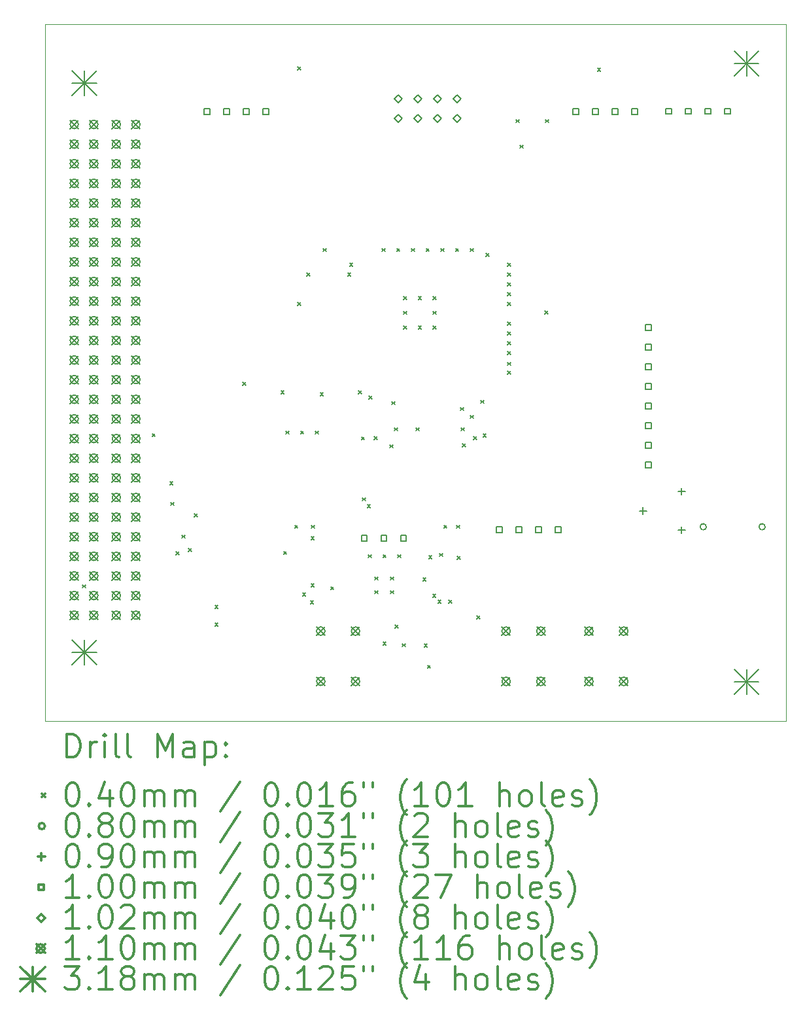
<source format=gbr>
%FSLAX45Y45*%
G04 Gerber Fmt 4.5, Leading zero omitted, Abs format (unit mm)*
G04 Created by KiCad (PCBNEW (5.1.2)-2) date 2020-11-23 21:19:48*
%MOMM*%
%LPD*%
G04 APERTURE LIST*
%ADD10C,0.050000*%
%ADD11C,0.200000*%
%ADD12C,0.300000*%
G04 APERTURE END LIST*
D10*
X12500000Y-5783000D02*
X22089000Y-5783000D01*
X22089000Y-14800000D02*
X22089000Y-5783000D01*
X12500000Y-14800000D02*
X12500000Y-5783000D01*
X12500000Y-14800000D02*
X22089000Y-14800000D01*
D11*
X12984800Y-13035600D02*
X13024800Y-13075600D01*
X13024800Y-13035600D02*
X12984800Y-13075600D01*
X13886500Y-11079800D02*
X13926500Y-11119800D01*
X13926500Y-11079800D02*
X13886500Y-11119800D01*
X14115100Y-11702100D02*
X14155100Y-11742100D01*
X14155100Y-11702100D02*
X14115100Y-11742100D01*
X14127800Y-11968800D02*
X14167800Y-12008800D01*
X14167800Y-11968800D02*
X14127800Y-12008800D01*
X14194500Y-12608299D02*
X14234500Y-12648299D01*
X14234500Y-12608299D02*
X14194500Y-12648299D01*
X14270700Y-12392400D02*
X14310700Y-12432400D01*
X14310700Y-12392400D02*
X14270700Y-12432400D01*
X14353250Y-12563850D02*
X14393250Y-12603850D01*
X14393250Y-12563850D02*
X14353250Y-12603850D01*
X14429450Y-12119350D02*
X14469450Y-12159350D01*
X14469450Y-12119350D02*
X14429450Y-12159350D01*
X14699300Y-13302300D02*
X14739300Y-13342300D01*
X14739300Y-13302300D02*
X14699300Y-13342300D01*
X14699300Y-13530900D02*
X14739300Y-13570900D01*
X14739300Y-13530900D02*
X14699300Y-13570900D01*
X15059700Y-10412800D02*
X15099700Y-10452800D01*
X15099700Y-10412800D02*
X15059700Y-10452800D01*
X15553400Y-10525500D02*
X15593400Y-10565500D01*
X15593400Y-10525500D02*
X15553400Y-10565500D01*
X15588300Y-12603800D02*
X15628300Y-12643800D01*
X15628300Y-12603800D02*
X15588300Y-12643800D01*
X15616900Y-11046200D02*
X15656900Y-11086200D01*
X15656900Y-11046200D02*
X15616900Y-11086200D01*
X15731196Y-12265400D02*
X15771196Y-12305400D01*
X15771196Y-12265400D02*
X15731196Y-12305400D01*
X15769300Y-6334500D02*
X15809300Y-6374500D01*
X15809300Y-6334500D02*
X15769300Y-6374500D01*
X15769300Y-9382500D02*
X15809300Y-9422500D01*
X15809300Y-9382500D02*
X15769300Y-9422500D01*
X15807400Y-11046200D02*
X15847400Y-11086200D01*
X15847400Y-11046200D02*
X15807400Y-11086200D01*
X15832800Y-13141700D02*
X15872800Y-13181700D01*
X15872800Y-13141700D02*
X15832800Y-13181700D01*
X15890530Y-9001500D02*
X15930530Y-9041500D01*
X15930530Y-9001500D02*
X15890530Y-9041500D01*
X15934401Y-13243300D02*
X15974401Y-13283300D01*
X15974401Y-13243300D02*
X15934401Y-13283300D01*
X15943900Y-12413300D02*
X15983900Y-12453300D01*
X15983900Y-12413300D02*
X15943900Y-12453300D01*
X15943900Y-13022900D02*
X15983900Y-13062900D01*
X15983900Y-13022900D02*
X15943900Y-13062900D01*
X15947100Y-12265400D02*
X15987100Y-12305400D01*
X15987100Y-12265400D02*
X15947100Y-12305400D01*
X15997900Y-11046200D02*
X16037900Y-11086200D01*
X16037900Y-11046200D02*
X15997900Y-11086200D01*
X16061400Y-10550900D02*
X16101400Y-10590900D01*
X16101400Y-10550900D02*
X16061400Y-10590900D01*
X16099500Y-8684000D02*
X16139500Y-8724000D01*
X16139500Y-8684000D02*
X16099500Y-8724000D01*
X16197900Y-13061000D02*
X16237900Y-13101000D01*
X16237900Y-13061000D02*
X16197900Y-13101000D01*
X16418300Y-9001500D02*
X16458300Y-9041500D01*
X16458300Y-9001500D02*
X16418300Y-9041500D01*
X16443700Y-8874500D02*
X16483700Y-8914500D01*
X16483700Y-8874500D02*
X16443700Y-8914500D01*
X16556700Y-10525500D02*
X16596700Y-10565500D01*
X16596700Y-10525500D02*
X16556700Y-10565500D01*
X16594800Y-11122401D02*
X16634800Y-11162401D01*
X16634800Y-11122401D02*
X16594800Y-11162401D01*
X16607500Y-11909800D02*
X16647500Y-11949800D01*
X16647500Y-11909800D02*
X16607500Y-11949800D01*
X16671000Y-11998700D02*
X16711000Y-12038700D01*
X16711000Y-11998700D02*
X16671000Y-12038700D01*
X16683700Y-12646400D02*
X16723700Y-12686400D01*
X16723700Y-12646400D02*
X16683700Y-12686400D01*
X16693200Y-10590200D02*
X16733200Y-10630200D01*
X16733200Y-10590200D02*
X16693200Y-10630200D01*
X16762779Y-11119521D02*
X16802779Y-11159521D01*
X16802779Y-11119521D02*
X16762779Y-11159521D01*
X16769400Y-12934000D02*
X16809400Y-12974000D01*
X16809400Y-12934000D02*
X16769400Y-12974000D01*
X16769400Y-13111800D02*
X16809400Y-13151800D01*
X16809400Y-13111800D02*
X16769400Y-13151800D01*
X16861500Y-8684000D02*
X16901500Y-8724000D01*
X16901500Y-8684000D02*
X16861500Y-8724000D01*
X16874200Y-12646400D02*
X16914200Y-12686400D01*
X16914200Y-12646400D02*
X16874200Y-12686400D01*
X16874201Y-13775400D02*
X16914201Y-13815400D01*
X16914201Y-13775400D02*
X16874201Y-13815400D01*
X16963100Y-11224000D02*
X17003100Y-11264000D01*
X17003100Y-11224000D02*
X16963100Y-11264000D01*
X16972600Y-12934000D02*
X17012600Y-12974000D01*
X17012600Y-12934000D02*
X16972600Y-12974000D01*
X16972600Y-13111800D02*
X17012600Y-13151800D01*
X17012600Y-13111800D02*
X16972600Y-13151800D01*
X16988500Y-10665200D02*
X17028500Y-10705200D01*
X17028500Y-10665200D02*
X16988500Y-10705200D01*
X17023400Y-11003600D02*
X17063400Y-11043600D01*
X17063400Y-11003600D02*
X17023400Y-11043600D01*
X17029600Y-13557800D02*
X17069600Y-13597800D01*
X17069600Y-13557800D02*
X17029600Y-13597800D01*
X17052000Y-8684000D02*
X17092000Y-8724000D01*
X17092000Y-8684000D02*
X17052000Y-8724000D01*
X17064700Y-12646400D02*
X17104700Y-12686400D01*
X17104700Y-12646400D02*
X17064700Y-12686400D01*
X17125000Y-13797600D02*
X17165000Y-13837600D01*
X17165000Y-13797600D02*
X17125000Y-13837600D01*
X17140900Y-9306300D02*
X17180900Y-9346300D01*
X17180900Y-9306300D02*
X17140900Y-9346300D01*
X17140900Y-9496800D02*
X17180900Y-9536800D01*
X17180900Y-9496800D02*
X17140900Y-9536800D01*
X17140900Y-9687300D02*
X17180900Y-9727300D01*
X17180900Y-9687300D02*
X17140900Y-9727300D01*
X17242500Y-8684000D02*
X17282500Y-8724000D01*
X17282500Y-8684000D02*
X17242500Y-8724000D01*
X17302800Y-11003600D02*
X17342800Y-11043600D01*
X17342800Y-11003600D02*
X17302800Y-11043600D01*
X17331400Y-9306300D02*
X17371400Y-9346300D01*
X17371400Y-9306300D02*
X17331400Y-9346300D01*
X17331400Y-9687300D02*
X17371400Y-9727300D01*
X17371400Y-9687300D02*
X17331400Y-9727300D01*
X17391700Y-12946700D02*
X17431700Y-12986700D01*
X17431700Y-12946700D02*
X17391700Y-12986700D01*
X17407200Y-13800400D02*
X17447200Y-13840400D01*
X17447200Y-13800400D02*
X17407200Y-13840400D01*
X17433000Y-8684000D02*
X17473000Y-8724000D01*
X17473000Y-8684000D02*
X17433000Y-8724000D01*
X17449593Y-14075830D02*
X17489593Y-14115830D01*
X17489593Y-14075830D02*
X17449593Y-14115830D01*
X17467900Y-12660950D02*
X17507900Y-12700950D01*
X17507900Y-12660950D02*
X17467900Y-12700950D01*
X17517408Y-13158300D02*
X17557408Y-13198300D01*
X17557408Y-13158300D02*
X17517408Y-13198300D01*
X17521900Y-9306300D02*
X17561900Y-9346300D01*
X17561900Y-9306300D02*
X17521900Y-9346300D01*
X17521900Y-9496800D02*
X17561900Y-9536800D01*
X17561900Y-9496800D02*
X17521900Y-9536800D01*
X17521900Y-9687300D02*
X17561900Y-9727300D01*
X17561900Y-9687300D02*
X17521900Y-9727300D01*
X17585050Y-13232450D02*
X17625050Y-13272450D01*
X17625050Y-13232450D02*
X17585050Y-13272450D01*
X17607600Y-12629200D02*
X17647600Y-12669200D01*
X17647600Y-12629200D02*
X17607600Y-12669200D01*
X17623500Y-8684000D02*
X17663500Y-8724000D01*
X17663500Y-8684000D02*
X17623500Y-8724000D01*
X17661600Y-12265400D02*
X17701600Y-12305400D01*
X17701600Y-12265400D02*
X17661600Y-12305400D01*
X17728250Y-13232450D02*
X17768250Y-13272450D01*
X17768250Y-13232450D02*
X17728250Y-13272450D01*
X17814000Y-8684000D02*
X17854000Y-8724000D01*
X17854000Y-8684000D02*
X17814000Y-8724000D01*
X17826700Y-12265400D02*
X17866700Y-12305400D01*
X17866700Y-12265400D02*
X17826700Y-12305400D01*
X17833951Y-12667300D02*
X17873951Y-12707300D01*
X17873951Y-12667300D02*
X17833951Y-12707300D01*
X17877500Y-10741401D02*
X17917500Y-10781401D01*
X17917500Y-10741401D02*
X17877500Y-10781401D01*
X17887000Y-11003600D02*
X17927000Y-11043600D01*
X17927000Y-11003600D02*
X17887000Y-11043600D01*
X17902900Y-11211300D02*
X17942900Y-11251300D01*
X17942900Y-11211300D02*
X17902900Y-11251300D01*
X18004500Y-8684000D02*
X18044500Y-8724000D01*
X18044500Y-8684000D02*
X18004500Y-8724000D01*
X18004500Y-10843000D02*
X18044500Y-10883000D01*
X18044500Y-10843000D02*
X18004500Y-10883000D01*
X18045479Y-11119521D02*
X18085479Y-11159521D01*
X18085479Y-11119521D02*
X18045479Y-11159521D01*
X18090200Y-13437500D02*
X18130200Y-13477500D01*
X18130200Y-13437500D02*
X18090200Y-13477500D01*
X18141000Y-10648000D02*
X18181000Y-10688000D01*
X18181000Y-10648000D02*
X18141000Y-10688000D01*
X18169600Y-11084300D02*
X18209600Y-11124300D01*
X18209600Y-11084300D02*
X18169600Y-11124300D01*
X18205770Y-8746810D02*
X18245770Y-8786810D01*
X18245770Y-8746810D02*
X18205770Y-8786810D01*
X18487100Y-10017500D02*
X18527100Y-10057500D01*
X18527100Y-10017500D02*
X18487100Y-10057500D01*
X18487100Y-8874500D02*
X18527100Y-8914500D01*
X18527100Y-8874500D02*
X18487100Y-8914500D01*
X18487100Y-9001500D02*
X18527100Y-9041500D01*
X18527100Y-9001500D02*
X18487100Y-9041500D01*
X18487100Y-9128500D02*
X18527100Y-9168500D01*
X18527100Y-9128500D02*
X18487100Y-9168500D01*
X18487100Y-9255500D02*
X18527100Y-9295500D01*
X18527100Y-9255500D02*
X18487100Y-9295500D01*
X18487100Y-9382500D02*
X18527100Y-9422500D01*
X18527100Y-9382500D02*
X18487100Y-9422500D01*
X18487100Y-9636500D02*
X18527100Y-9676500D01*
X18527100Y-9636500D02*
X18487100Y-9676500D01*
X18487100Y-9763500D02*
X18527100Y-9803500D01*
X18527100Y-9763500D02*
X18487100Y-9803500D01*
X18487100Y-9890500D02*
X18527100Y-9930500D01*
X18527100Y-9890500D02*
X18487100Y-9930500D01*
X18487100Y-10157200D02*
X18527100Y-10197200D01*
X18527100Y-10157200D02*
X18487100Y-10197200D01*
X18487100Y-10271500D02*
X18527100Y-10311500D01*
X18527100Y-10271500D02*
X18487100Y-10311500D01*
X18598200Y-7015800D02*
X18638200Y-7055800D01*
X18638200Y-7015800D02*
X18598200Y-7055800D01*
X18649000Y-7346000D02*
X18689000Y-7386000D01*
X18689000Y-7346000D02*
X18649000Y-7386000D01*
X18970899Y-9490450D02*
X19010899Y-9530450D01*
X19010899Y-9490450D02*
X18970899Y-9530450D01*
X18979200Y-7015800D02*
X19019200Y-7055800D01*
X19019200Y-7015800D02*
X18979200Y-7055800D01*
X19652500Y-6350200D02*
X19692500Y-6390200D01*
X19692500Y-6350200D02*
X19652500Y-6390200D01*
X21061700Y-12285400D02*
G75*
G03X21061700Y-12285400I-40000J0D01*
G01*
X21823700Y-12285400D02*
G75*
G03X21823700Y-12285400I-40000J0D01*
G01*
X20242300Y-12033200D02*
X20242300Y-12123200D01*
X20197300Y-12078200D02*
X20287300Y-12078200D01*
X20742300Y-11783200D02*
X20742300Y-11873200D01*
X20697300Y-11828200D02*
X20787300Y-11828200D01*
X20742300Y-12283200D02*
X20742300Y-12373200D01*
X20697300Y-12328200D02*
X20787300Y-12328200D01*
X18415456Y-12358856D02*
X18415456Y-12288144D01*
X18344744Y-12288144D01*
X18344744Y-12358856D01*
X18415456Y-12358856D01*
X18669456Y-12358856D02*
X18669456Y-12288144D01*
X18598744Y-12288144D01*
X18598744Y-12358856D01*
X18669456Y-12358856D01*
X18923456Y-12358856D02*
X18923456Y-12288144D01*
X18852744Y-12288144D01*
X18852744Y-12358856D01*
X18923456Y-12358856D01*
X19177456Y-12358856D02*
X19177456Y-12288144D01*
X19106744Y-12288144D01*
X19106744Y-12358856D01*
X19177456Y-12358856D01*
X14630856Y-6948656D02*
X14630856Y-6877944D01*
X14560144Y-6877944D01*
X14560144Y-6948656D01*
X14630856Y-6948656D01*
X14884856Y-6948656D02*
X14884856Y-6877944D01*
X14814144Y-6877944D01*
X14814144Y-6948656D01*
X14884856Y-6948656D01*
X15138856Y-6948656D02*
X15138856Y-6877944D01*
X15068144Y-6877944D01*
X15068144Y-6948656D01*
X15138856Y-6948656D01*
X15392856Y-6948656D02*
X15392856Y-6877944D01*
X15322144Y-6877944D01*
X15322144Y-6948656D01*
X15392856Y-6948656D01*
X16666006Y-12468656D02*
X16666006Y-12397944D01*
X16595294Y-12397944D01*
X16595294Y-12468656D01*
X16666006Y-12468656D01*
X16920006Y-12468656D02*
X16920006Y-12397944D01*
X16849294Y-12397944D01*
X16849294Y-12468656D01*
X16920006Y-12468656D01*
X17174006Y-12468656D02*
X17174006Y-12397944D01*
X17103294Y-12397944D01*
X17103294Y-12468656D01*
X17174006Y-12468656D01*
X20345856Y-9742656D02*
X20345856Y-9671944D01*
X20275144Y-9671944D01*
X20275144Y-9742656D01*
X20345856Y-9742656D01*
X20345856Y-9996656D02*
X20345856Y-9925944D01*
X20275144Y-9925944D01*
X20275144Y-9996656D01*
X20345856Y-9996656D01*
X20345856Y-10250656D02*
X20345856Y-10179944D01*
X20275144Y-10179944D01*
X20275144Y-10250656D01*
X20345856Y-10250656D01*
X20345856Y-10504656D02*
X20345856Y-10433944D01*
X20275144Y-10433944D01*
X20275144Y-10504656D01*
X20345856Y-10504656D01*
X20345856Y-10758656D02*
X20345856Y-10687944D01*
X20275144Y-10687944D01*
X20275144Y-10758656D01*
X20345856Y-10758656D01*
X20345856Y-11012656D02*
X20345856Y-10941944D01*
X20275144Y-10941944D01*
X20275144Y-11012656D01*
X20345856Y-11012656D01*
X20345856Y-11266656D02*
X20345856Y-11195944D01*
X20275144Y-11195944D01*
X20275144Y-11266656D01*
X20345856Y-11266656D01*
X20345856Y-11520656D02*
X20345856Y-11449944D01*
X20275144Y-11449944D01*
X20275144Y-11520656D01*
X20345856Y-11520656D01*
X20609356Y-6944156D02*
X20609356Y-6873444D01*
X20538644Y-6873444D01*
X20538644Y-6944156D01*
X20609356Y-6944156D01*
X20863356Y-6944156D02*
X20863356Y-6873444D01*
X20792644Y-6873444D01*
X20792644Y-6944156D01*
X20863356Y-6944156D01*
X21117356Y-6944156D02*
X21117356Y-6873444D01*
X21046644Y-6873444D01*
X21046644Y-6944156D01*
X21117356Y-6944156D01*
X21371356Y-6944156D02*
X21371356Y-6873444D01*
X21300644Y-6873444D01*
X21300644Y-6944156D01*
X21371356Y-6944156D01*
X19406056Y-6948656D02*
X19406056Y-6877944D01*
X19335344Y-6877944D01*
X19335344Y-6948656D01*
X19406056Y-6948656D01*
X19660056Y-6948656D02*
X19660056Y-6877944D01*
X19589344Y-6877944D01*
X19589344Y-6948656D01*
X19660056Y-6948656D01*
X19914056Y-6948656D02*
X19914056Y-6877944D01*
X19843344Y-6877944D01*
X19843344Y-6948656D01*
X19914056Y-6948656D01*
X20168056Y-6948656D02*
X20168056Y-6877944D01*
X20097344Y-6877944D01*
X20097344Y-6948656D01*
X20168056Y-6948656D01*
X17072000Y-6799000D02*
X17122800Y-6748200D01*
X17072000Y-6697400D01*
X17021200Y-6748200D01*
X17072000Y-6799000D01*
X17072000Y-7053000D02*
X17122800Y-7002200D01*
X17072000Y-6951400D01*
X17021200Y-7002200D01*
X17072000Y-7053000D01*
X17326000Y-6799000D02*
X17376800Y-6748200D01*
X17326000Y-6697400D01*
X17275200Y-6748200D01*
X17326000Y-6799000D01*
X17326000Y-7053000D02*
X17376800Y-7002200D01*
X17326000Y-6951400D01*
X17275200Y-7002200D01*
X17326000Y-7053000D01*
X17580000Y-6799000D02*
X17630800Y-6748200D01*
X17580000Y-6697400D01*
X17529200Y-6748200D01*
X17580000Y-6799000D01*
X17580000Y-7053000D02*
X17630800Y-7002200D01*
X17580000Y-6951400D01*
X17529200Y-7002200D01*
X17580000Y-7053000D01*
X17834000Y-6799000D02*
X17884800Y-6748200D01*
X17834000Y-6697400D01*
X17783200Y-6748200D01*
X17834000Y-6799000D01*
X17834000Y-7053000D02*
X17884800Y-7002200D01*
X17834000Y-6951400D01*
X17783200Y-7002200D01*
X17834000Y-7053000D01*
X16014550Y-13580500D02*
X16124550Y-13690500D01*
X16124550Y-13580500D02*
X16014550Y-13690500D01*
X16124550Y-13635500D02*
G75*
G03X16124550Y-13635500I-55000J0D01*
G01*
X16014550Y-14230500D02*
X16124550Y-14340500D01*
X16124550Y-14230500D02*
X16014550Y-14340500D01*
X16124550Y-14285500D02*
G75*
G03X16124550Y-14285500I-55000J0D01*
G01*
X16464550Y-13580500D02*
X16574550Y-13690500D01*
X16574550Y-13580500D02*
X16464550Y-13690500D01*
X16574550Y-13635500D02*
G75*
G03X16574550Y-13635500I-55000J0D01*
G01*
X16464550Y-14230500D02*
X16574550Y-14340500D01*
X16574550Y-14230500D02*
X16464550Y-14340500D01*
X16574550Y-14285500D02*
G75*
G03X16574550Y-14285500I-55000J0D01*
G01*
X19487700Y-13580500D02*
X19597700Y-13690500D01*
X19597700Y-13580500D02*
X19487700Y-13690500D01*
X19597700Y-13635500D02*
G75*
G03X19597700Y-13635500I-55000J0D01*
G01*
X19487700Y-14230500D02*
X19597700Y-14340500D01*
X19597700Y-14230500D02*
X19487700Y-14340500D01*
X19597700Y-14285500D02*
G75*
G03X19597700Y-14285500I-55000J0D01*
G01*
X19937700Y-13580500D02*
X20047700Y-13690500D01*
X20047700Y-13580500D02*
X19937700Y-13690500D01*
X20047700Y-13635500D02*
G75*
G03X20047700Y-13635500I-55000J0D01*
G01*
X19937700Y-14230500D02*
X20047700Y-14340500D01*
X20047700Y-14230500D02*
X19937700Y-14340500D01*
X20047700Y-14285500D02*
G75*
G03X20047700Y-14285500I-55000J0D01*
G01*
X18414000Y-13580500D02*
X18524000Y-13690500D01*
X18524000Y-13580500D02*
X18414000Y-13690500D01*
X18524000Y-13635500D02*
G75*
G03X18524000Y-13635500I-55000J0D01*
G01*
X18414000Y-14230500D02*
X18524000Y-14340500D01*
X18524000Y-14230500D02*
X18414000Y-14340500D01*
X18524000Y-14285500D02*
G75*
G03X18524000Y-14285500I-55000J0D01*
G01*
X18864000Y-13580500D02*
X18974000Y-13690500D01*
X18974000Y-13580500D02*
X18864000Y-13690500D01*
X18974000Y-13635500D02*
G75*
G03X18974000Y-13635500I-55000J0D01*
G01*
X18864000Y-14230500D02*
X18974000Y-14340500D01*
X18974000Y-14230500D02*
X18864000Y-14340500D01*
X18974000Y-14285500D02*
G75*
G03X18974000Y-14285500I-55000J0D01*
G01*
X12822150Y-7023400D02*
X12932150Y-7133400D01*
X12932150Y-7023400D02*
X12822150Y-7133400D01*
X12932150Y-7078400D02*
G75*
G03X12932150Y-7078400I-55000J0D01*
G01*
X12822150Y-7277400D02*
X12932150Y-7387400D01*
X12932150Y-7277400D02*
X12822150Y-7387400D01*
X12932150Y-7332400D02*
G75*
G03X12932150Y-7332400I-55000J0D01*
G01*
X12822150Y-7531400D02*
X12932150Y-7641400D01*
X12932150Y-7531400D02*
X12822150Y-7641400D01*
X12932150Y-7586400D02*
G75*
G03X12932150Y-7586400I-55000J0D01*
G01*
X12822150Y-7785400D02*
X12932150Y-7895400D01*
X12932150Y-7785400D02*
X12822150Y-7895400D01*
X12932150Y-7840400D02*
G75*
G03X12932150Y-7840400I-55000J0D01*
G01*
X12822150Y-8039400D02*
X12932150Y-8149400D01*
X12932150Y-8039400D02*
X12822150Y-8149400D01*
X12932150Y-8094400D02*
G75*
G03X12932150Y-8094400I-55000J0D01*
G01*
X12822150Y-8293400D02*
X12932150Y-8403400D01*
X12932150Y-8293400D02*
X12822150Y-8403400D01*
X12932150Y-8348400D02*
G75*
G03X12932150Y-8348400I-55000J0D01*
G01*
X12822150Y-8547400D02*
X12932150Y-8657400D01*
X12932150Y-8547400D02*
X12822150Y-8657400D01*
X12932150Y-8602400D02*
G75*
G03X12932150Y-8602400I-55000J0D01*
G01*
X12822150Y-8801400D02*
X12932150Y-8911400D01*
X12932150Y-8801400D02*
X12822150Y-8911400D01*
X12932150Y-8856400D02*
G75*
G03X12932150Y-8856400I-55000J0D01*
G01*
X12822150Y-9055400D02*
X12932150Y-9165400D01*
X12932150Y-9055400D02*
X12822150Y-9165400D01*
X12932150Y-9110400D02*
G75*
G03X12932150Y-9110400I-55000J0D01*
G01*
X12822150Y-9309400D02*
X12932150Y-9419400D01*
X12932150Y-9309400D02*
X12822150Y-9419400D01*
X12932150Y-9364400D02*
G75*
G03X12932150Y-9364400I-55000J0D01*
G01*
X12822150Y-9563400D02*
X12932150Y-9673400D01*
X12932150Y-9563400D02*
X12822150Y-9673400D01*
X12932150Y-9618400D02*
G75*
G03X12932150Y-9618400I-55000J0D01*
G01*
X12822150Y-9817400D02*
X12932150Y-9927400D01*
X12932150Y-9817400D02*
X12822150Y-9927400D01*
X12932150Y-9872400D02*
G75*
G03X12932150Y-9872400I-55000J0D01*
G01*
X12822150Y-10071400D02*
X12932150Y-10181400D01*
X12932150Y-10071400D02*
X12822150Y-10181400D01*
X12932150Y-10126400D02*
G75*
G03X12932150Y-10126400I-55000J0D01*
G01*
X12822150Y-10325400D02*
X12932150Y-10435400D01*
X12932150Y-10325400D02*
X12822150Y-10435400D01*
X12932150Y-10380400D02*
G75*
G03X12932150Y-10380400I-55000J0D01*
G01*
X12822150Y-10579400D02*
X12932150Y-10689400D01*
X12932150Y-10579400D02*
X12822150Y-10689400D01*
X12932150Y-10634400D02*
G75*
G03X12932150Y-10634400I-55000J0D01*
G01*
X12822150Y-10833400D02*
X12932150Y-10943400D01*
X12932150Y-10833400D02*
X12822150Y-10943400D01*
X12932150Y-10888400D02*
G75*
G03X12932150Y-10888400I-55000J0D01*
G01*
X12822150Y-11087400D02*
X12932150Y-11197400D01*
X12932150Y-11087400D02*
X12822150Y-11197400D01*
X12932150Y-11142400D02*
G75*
G03X12932150Y-11142400I-55000J0D01*
G01*
X12822150Y-11341400D02*
X12932150Y-11451400D01*
X12932150Y-11341400D02*
X12822150Y-11451400D01*
X12932150Y-11396400D02*
G75*
G03X12932150Y-11396400I-55000J0D01*
G01*
X12822150Y-11595400D02*
X12932150Y-11705400D01*
X12932150Y-11595400D02*
X12822150Y-11705400D01*
X12932150Y-11650400D02*
G75*
G03X12932150Y-11650400I-55000J0D01*
G01*
X12822150Y-11849400D02*
X12932150Y-11959400D01*
X12932150Y-11849400D02*
X12822150Y-11959400D01*
X12932150Y-11904400D02*
G75*
G03X12932150Y-11904400I-55000J0D01*
G01*
X12822150Y-12103400D02*
X12932150Y-12213400D01*
X12932150Y-12103400D02*
X12822150Y-12213400D01*
X12932150Y-12158400D02*
G75*
G03X12932150Y-12158400I-55000J0D01*
G01*
X12822150Y-12357400D02*
X12932150Y-12467400D01*
X12932150Y-12357400D02*
X12822150Y-12467400D01*
X12932150Y-12412400D02*
G75*
G03X12932150Y-12412400I-55000J0D01*
G01*
X12822150Y-12611400D02*
X12932150Y-12721400D01*
X12932150Y-12611400D02*
X12822150Y-12721400D01*
X12932150Y-12666400D02*
G75*
G03X12932150Y-12666400I-55000J0D01*
G01*
X12822150Y-12865400D02*
X12932150Y-12975400D01*
X12932150Y-12865400D02*
X12822150Y-12975400D01*
X12932150Y-12920400D02*
G75*
G03X12932150Y-12920400I-55000J0D01*
G01*
X12822150Y-13119400D02*
X12932150Y-13229400D01*
X12932150Y-13119400D02*
X12822150Y-13229400D01*
X12932150Y-13174400D02*
G75*
G03X12932150Y-13174400I-55000J0D01*
G01*
X12822150Y-13373400D02*
X12932150Y-13483400D01*
X12932150Y-13373400D02*
X12822150Y-13483400D01*
X12932150Y-13428400D02*
G75*
G03X12932150Y-13428400I-55000J0D01*
G01*
X13076150Y-7023400D02*
X13186150Y-7133400D01*
X13186150Y-7023400D02*
X13076150Y-7133400D01*
X13186150Y-7078400D02*
G75*
G03X13186150Y-7078400I-55000J0D01*
G01*
X13076150Y-7277400D02*
X13186150Y-7387400D01*
X13186150Y-7277400D02*
X13076150Y-7387400D01*
X13186150Y-7332400D02*
G75*
G03X13186150Y-7332400I-55000J0D01*
G01*
X13076150Y-7531400D02*
X13186150Y-7641400D01*
X13186150Y-7531400D02*
X13076150Y-7641400D01*
X13186150Y-7586400D02*
G75*
G03X13186150Y-7586400I-55000J0D01*
G01*
X13076150Y-7785400D02*
X13186150Y-7895400D01*
X13186150Y-7785400D02*
X13076150Y-7895400D01*
X13186150Y-7840400D02*
G75*
G03X13186150Y-7840400I-55000J0D01*
G01*
X13076150Y-8039400D02*
X13186150Y-8149400D01*
X13186150Y-8039400D02*
X13076150Y-8149400D01*
X13186150Y-8094400D02*
G75*
G03X13186150Y-8094400I-55000J0D01*
G01*
X13076150Y-8293400D02*
X13186150Y-8403400D01*
X13186150Y-8293400D02*
X13076150Y-8403400D01*
X13186150Y-8348400D02*
G75*
G03X13186150Y-8348400I-55000J0D01*
G01*
X13076150Y-8547400D02*
X13186150Y-8657400D01*
X13186150Y-8547400D02*
X13076150Y-8657400D01*
X13186150Y-8602400D02*
G75*
G03X13186150Y-8602400I-55000J0D01*
G01*
X13076150Y-8801400D02*
X13186150Y-8911400D01*
X13186150Y-8801400D02*
X13076150Y-8911400D01*
X13186150Y-8856400D02*
G75*
G03X13186150Y-8856400I-55000J0D01*
G01*
X13076150Y-9055400D02*
X13186150Y-9165400D01*
X13186150Y-9055400D02*
X13076150Y-9165400D01*
X13186150Y-9110400D02*
G75*
G03X13186150Y-9110400I-55000J0D01*
G01*
X13076150Y-9309400D02*
X13186150Y-9419400D01*
X13186150Y-9309400D02*
X13076150Y-9419400D01*
X13186150Y-9364400D02*
G75*
G03X13186150Y-9364400I-55000J0D01*
G01*
X13076150Y-9563400D02*
X13186150Y-9673400D01*
X13186150Y-9563400D02*
X13076150Y-9673400D01*
X13186150Y-9618400D02*
G75*
G03X13186150Y-9618400I-55000J0D01*
G01*
X13076150Y-9817400D02*
X13186150Y-9927400D01*
X13186150Y-9817400D02*
X13076150Y-9927400D01*
X13186150Y-9872400D02*
G75*
G03X13186150Y-9872400I-55000J0D01*
G01*
X13076150Y-10071400D02*
X13186150Y-10181400D01*
X13186150Y-10071400D02*
X13076150Y-10181400D01*
X13186150Y-10126400D02*
G75*
G03X13186150Y-10126400I-55000J0D01*
G01*
X13076150Y-10325400D02*
X13186150Y-10435400D01*
X13186150Y-10325400D02*
X13076150Y-10435400D01*
X13186150Y-10380400D02*
G75*
G03X13186150Y-10380400I-55000J0D01*
G01*
X13076150Y-10579400D02*
X13186150Y-10689400D01*
X13186150Y-10579400D02*
X13076150Y-10689400D01*
X13186150Y-10634400D02*
G75*
G03X13186150Y-10634400I-55000J0D01*
G01*
X13076150Y-10833400D02*
X13186150Y-10943400D01*
X13186150Y-10833400D02*
X13076150Y-10943400D01*
X13186150Y-10888400D02*
G75*
G03X13186150Y-10888400I-55000J0D01*
G01*
X13076150Y-11087400D02*
X13186150Y-11197400D01*
X13186150Y-11087400D02*
X13076150Y-11197400D01*
X13186150Y-11142400D02*
G75*
G03X13186150Y-11142400I-55000J0D01*
G01*
X13076150Y-11341400D02*
X13186150Y-11451400D01*
X13186150Y-11341400D02*
X13076150Y-11451400D01*
X13186150Y-11396400D02*
G75*
G03X13186150Y-11396400I-55000J0D01*
G01*
X13076150Y-11595400D02*
X13186150Y-11705400D01*
X13186150Y-11595400D02*
X13076150Y-11705400D01*
X13186150Y-11650400D02*
G75*
G03X13186150Y-11650400I-55000J0D01*
G01*
X13076150Y-11849400D02*
X13186150Y-11959400D01*
X13186150Y-11849400D02*
X13076150Y-11959400D01*
X13186150Y-11904400D02*
G75*
G03X13186150Y-11904400I-55000J0D01*
G01*
X13076150Y-12103400D02*
X13186150Y-12213400D01*
X13186150Y-12103400D02*
X13076150Y-12213400D01*
X13186150Y-12158400D02*
G75*
G03X13186150Y-12158400I-55000J0D01*
G01*
X13076150Y-12357400D02*
X13186150Y-12467400D01*
X13186150Y-12357400D02*
X13076150Y-12467400D01*
X13186150Y-12412400D02*
G75*
G03X13186150Y-12412400I-55000J0D01*
G01*
X13076150Y-12611400D02*
X13186150Y-12721400D01*
X13186150Y-12611400D02*
X13076150Y-12721400D01*
X13186150Y-12666400D02*
G75*
G03X13186150Y-12666400I-55000J0D01*
G01*
X13076150Y-12865400D02*
X13186150Y-12975400D01*
X13186150Y-12865400D02*
X13076150Y-12975400D01*
X13186150Y-12920400D02*
G75*
G03X13186150Y-12920400I-55000J0D01*
G01*
X13076150Y-13119400D02*
X13186150Y-13229400D01*
X13186150Y-13119400D02*
X13076150Y-13229400D01*
X13186150Y-13174400D02*
G75*
G03X13186150Y-13174400I-55000J0D01*
G01*
X13076150Y-13373400D02*
X13186150Y-13483400D01*
X13186150Y-13373400D02*
X13076150Y-13483400D01*
X13186150Y-13428400D02*
G75*
G03X13186150Y-13428400I-55000J0D01*
G01*
X13368250Y-7023400D02*
X13478250Y-7133400D01*
X13478250Y-7023400D02*
X13368250Y-7133400D01*
X13478250Y-7078400D02*
G75*
G03X13478250Y-7078400I-55000J0D01*
G01*
X13368250Y-7277400D02*
X13478250Y-7387400D01*
X13478250Y-7277400D02*
X13368250Y-7387400D01*
X13478250Y-7332400D02*
G75*
G03X13478250Y-7332400I-55000J0D01*
G01*
X13368250Y-7531400D02*
X13478250Y-7641400D01*
X13478250Y-7531400D02*
X13368250Y-7641400D01*
X13478250Y-7586400D02*
G75*
G03X13478250Y-7586400I-55000J0D01*
G01*
X13368250Y-7785400D02*
X13478250Y-7895400D01*
X13478250Y-7785400D02*
X13368250Y-7895400D01*
X13478250Y-7840400D02*
G75*
G03X13478250Y-7840400I-55000J0D01*
G01*
X13368250Y-8039400D02*
X13478250Y-8149400D01*
X13478250Y-8039400D02*
X13368250Y-8149400D01*
X13478250Y-8094400D02*
G75*
G03X13478250Y-8094400I-55000J0D01*
G01*
X13368250Y-8293400D02*
X13478250Y-8403400D01*
X13478250Y-8293400D02*
X13368250Y-8403400D01*
X13478250Y-8348400D02*
G75*
G03X13478250Y-8348400I-55000J0D01*
G01*
X13368250Y-8547400D02*
X13478250Y-8657400D01*
X13478250Y-8547400D02*
X13368250Y-8657400D01*
X13478250Y-8602400D02*
G75*
G03X13478250Y-8602400I-55000J0D01*
G01*
X13368250Y-8801400D02*
X13478250Y-8911400D01*
X13478250Y-8801400D02*
X13368250Y-8911400D01*
X13478250Y-8856400D02*
G75*
G03X13478250Y-8856400I-55000J0D01*
G01*
X13368250Y-9055400D02*
X13478250Y-9165400D01*
X13478250Y-9055400D02*
X13368250Y-9165400D01*
X13478250Y-9110400D02*
G75*
G03X13478250Y-9110400I-55000J0D01*
G01*
X13368250Y-9309400D02*
X13478250Y-9419400D01*
X13478250Y-9309400D02*
X13368250Y-9419400D01*
X13478250Y-9364400D02*
G75*
G03X13478250Y-9364400I-55000J0D01*
G01*
X13368250Y-9563400D02*
X13478250Y-9673400D01*
X13478250Y-9563400D02*
X13368250Y-9673400D01*
X13478250Y-9618400D02*
G75*
G03X13478250Y-9618400I-55000J0D01*
G01*
X13368250Y-9817400D02*
X13478250Y-9927400D01*
X13478250Y-9817400D02*
X13368250Y-9927400D01*
X13478250Y-9872400D02*
G75*
G03X13478250Y-9872400I-55000J0D01*
G01*
X13368250Y-10071400D02*
X13478250Y-10181400D01*
X13478250Y-10071400D02*
X13368250Y-10181400D01*
X13478250Y-10126400D02*
G75*
G03X13478250Y-10126400I-55000J0D01*
G01*
X13368250Y-10325400D02*
X13478250Y-10435400D01*
X13478250Y-10325400D02*
X13368250Y-10435400D01*
X13478250Y-10380400D02*
G75*
G03X13478250Y-10380400I-55000J0D01*
G01*
X13368250Y-10579400D02*
X13478250Y-10689400D01*
X13478250Y-10579400D02*
X13368250Y-10689400D01*
X13478250Y-10634400D02*
G75*
G03X13478250Y-10634400I-55000J0D01*
G01*
X13368250Y-10833400D02*
X13478250Y-10943400D01*
X13478250Y-10833400D02*
X13368250Y-10943400D01*
X13478250Y-10888400D02*
G75*
G03X13478250Y-10888400I-55000J0D01*
G01*
X13368250Y-11087400D02*
X13478250Y-11197400D01*
X13478250Y-11087400D02*
X13368250Y-11197400D01*
X13478250Y-11142400D02*
G75*
G03X13478250Y-11142400I-55000J0D01*
G01*
X13368250Y-11341400D02*
X13478250Y-11451400D01*
X13478250Y-11341400D02*
X13368250Y-11451400D01*
X13478250Y-11396400D02*
G75*
G03X13478250Y-11396400I-55000J0D01*
G01*
X13368250Y-11595400D02*
X13478250Y-11705400D01*
X13478250Y-11595400D02*
X13368250Y-11705400D01*
X13478250Y-11650400D02*
G75*
G03X13478250Y-11650400I-55000J0D01*
G01*
X13368250Y-11849400D02*
X13478250Y-11959400D01*
X13478250Y-11849400D02*
X13368250Y-11959400D01*
X13478250Y-11904400D02*
G75*
G03X13478250Y-11904400I-55000J0D01*
G01*
X13368250Y-12103400D02*
X13478250Y-12213400D01*
X13478250Y-12103400D02*
X13368250Y-12213400D01*
X13478250Y-12158400D02*
G75*
G03X13478250Y-12158400I-55000J0D01*
G01*
X13368250Y-12357400D02*
X13478250Y-12467400D01*
X13478250Y-12357400D02*
X13368250Y-12467400D01*
X13478250Y-12412400D02*
G75*
G03X13478250Y-12412400I-55000J0D01*
G01*
X13368250Y-12611400D02*
X13478250Y-12721400D01*
X13478250Y-12611400D02*
X13368250Y-12721400D01*
X13478250Y-12666400D02*
G75*
G03X13478250Y-12666400I-55000J0D01*
G01*
X13368250Y-12865400D02*
X13478250Y-12975400D01*
X13478250Y-12865400D02*
X13368250Y-12975400D01*
X13478250Y-12920400D02*
G75*
G03X13478250Y-12920400I-55000J0D01*
G01*
X13368250Y-13119400D02*
X13478250Y-13229400D01*
X13478250Y-13119400D02*
X13368250Y-13229400D01*
X13478250Y-13174400D02*
G75*
G03X13478250Y-13174400I-55000J0D01*
G01*
X13368250Y-13373400D02*
X13478250Y-13483400D01*
X13478250Y-13373400D02*
X13368250Y-13483400D01*
X13478250Y-13428400D02*
G75*
G03X13478250Y-13428400I-55000J0D01*
G01*
X13622250Y-7023400D02*
X13732250Y-7133400D01*
X13732250Y-7023400D02*
X13622250Y-7133400D01*
X13732250Y-7078400D02*
G75*
G03X13732250Y-7078400I-55000J0D01*
G01*
X13622250Y-7277400D02*
X13732250Y-7387400D01*
X13732250Y-7277400D02*
X13622250Y-7387400D01*
X13732250Y-7332400D02*
G75*
G03X13732250Y-7332400I-55000J0D01*
G01*
X13622250Y-7531400D02*
X13732250Y-7641400D01*
X13732250Y-7531400D02*
X13622250Y-7641400D01*
X13732250Y-7586400D02*
G75*
G03X13732250Y-7586400I-55000J0D01*
G01*
X13622250Y-7785400D02*
X13732250Y-7895400D01*
X13732250Y-7785400D02*
X13622250Y-7895400D01*
X13732250Y-7840400D02*
G75*
G03X13732250Y-7840400I-55000J0D01*
G01*
X13622250Y-8039400D02*
X13732250Y-8149400D01*
X13732250Y-8039400D02*
X13622250Y-8149400D01*
X13732250Y-8094400D02*
G75*
G03X13732250Y-8094400I-55000J0D01*
G01*
X13622250Y-8293400D02*
X13732250Y-8403400D01*
X13732250Y-8293400D02*
X13622250Y-8403400D01*
X13732250Y-8348400D02*
G75*
G03X13732250Y-8348400I-55000J0D01*
G01*
X13622250Y-8547400D02*
X13732250Y-8657400D01*
X13732250Y-8547400D02*
X13622250Y-8657400D01*
X13732250Y-8602400D02*
G75*
G03X13732250Y-8602400I-55000J0D01*
G01*
X13622250Y-8801400D02*
X13732250Y-8911400D01*
X13732250Y-8801400D02*
X13622250Y-8911400D01*
X13732250Y-8856400D02*
G75*
G03X13732250Y-8856400I-55000J0D01*
G01*
X13622250Y-9055400D02*
X13732250Y-9165400D01*
X13732250Y-9055400D02*
X13622250Y-9165400D01*
X13732250Y-9110400D02*
G75*
G03X13732250Y-9110400I-55000J0D01*
G01*
X13622250Y-9309400D02*
X13732250Y-9419400D01*
X13732250Y-9309400D02*
X13622250Y-9419400D01*
X13732250Y-9364400D02*
G75*
G03X13732250Y-9364400I-55000J0D01*
G01*
X13622250Y-9563400D02*
X13732250Y-9673400D01*
X13732250Y-9563400D02*
X13622250Y-9673400D01*
X13732250Y-9618400D02*
G75*
G03X13732250Y-9618400I-55000J0D01*
G01*
X13622250Y-9817400D02*
X13732250Y-9927400D01*
X13732250Y-9817400D02*
X13622250Y-9927400D01*
X13732250Y-9872400D02*
G75*
G03X13732250Y-9872400I-55000J0D01*
G01*
X13622250Y-10071400D02*
X13732250Y-10181400D01*
X13732250Y-10071400D02*
X13622250Y-10181400D01*
X13732250Y-10126400D02*
G75*
G03X13732250Y-10126400I-55000J0D01*
G01*
X13622250Y-10325400D02*
X13732250Y-10435400D01*
X13732250Y-10325400D02*
X13622250Y-10435400D01*
X13732250Y-10380400D02*
G75*
G03X13732250Y-10380400I-55000J0D01*
G01*
X13622250Y-10579400D02*
X13732250Y-10689400D01*
X13732250Y-10579400D02*
X13622250Y-10689400D01*
X13732250Y-10634400D02*
G75*
G03X13732250Y-10634400I-55000J0D01*
G01*
X13622250Y-10833400D02*
X13732250Y-10943400D01*
X13732250Y-10833400D02*
X13622250Y-10943400D01*
X13732250Y-10888400D02*
G75*
G03X13732250Y-10888400I-55000J0D01*
G01*
X13622250Y-11087400D02*
X13732250Y-11197400D01*
X13732250Y-11087400D02*
X13622250Y-11197400D01*
X13732250Y-11142400D02*
G75*
G03X13732250Y-11142400I-55000J0D01*
G01*
X13622250Y-11341400D02*
X13732250Y-11451400D01*
X13732250Y-11341400D02*
X13622250Y-11451400D01*
X13732250Y-11396400D02*
G75*
G03X13732250Y-11396400I-55000J0D01*
G01*
X13622250Y-11595400D02*
X13732250Y-11705400D01*
X13732250Y-11595400D02*
X13622250Y-11705400D01*
X13732250Y-11650400D02*
G75*
G03X13732250Y-11650400I-55000J0D01*
G01*
X13622250Y-11849400D02*
X13732250Y-11959400D01*
X13732250Y-11849400D02*
X13622250Y-11959400D01*
X13732250Y-11904400D02*
G75*
G03X13732250Y-11904400I-55000J0D01*
G01*
X13622250Y-12103400D02*
X13732250Y-12213400D01*
X13732250Y-12103400D02*
X13622250Y-12213400D01*
X13732250Y-12158400D02*
G75*
G03X13732250Y-12158400I-55000J0D01*
G01*
X13622250Y-12357400D02*
X13732250Y-12467400D01*
X13732250Y-12357400D02*
X13622250Y-12467400D01*
X13732250Y-12412400D02*
G75*
G03X13732250Y-12412400I-55000J0D01*
G01*
X13622250Y-12611400D02*
X13732250Y-12721400D01*
X13732250Y-12611400D02*
X13622250Y-12721400D01*
X13732250Y-12666400D02*
G75*
G03X13732250Y-12666400I-55000J0D01*
G01*
X13622250Y-12865400D02*
X13732250Y-12975400D01*
X13732250Y-12865400D02*
X13622250Y-12975400D01*
X13732250Y-12920400D02*
G75*
G03X13732250Y-12920400I-55000J0D01*
G01*
X13622250Y-13119400D02*
X13732250Y-13229400D01*
X13732250Y-13119400D02*
X13622250Y-13229400D01*
X13732250Y-13174400D02*
G75*
G03X13732250Y-13174400I-55000J0D01*
G01*
X13622250Y-13373400D02*
X13732250Y-13483400D01*
X13732250Y-13373400D02*
X13622250Y-13483400D01*
X13732250Y-13428400D02*
G75*
G03X13732250Y-13428400I-55000J0D01*
G01*
X12849000Y-6386000D02*
X13167000Y-6704000D01*
X13167000Y-6386000D02*
X12849000Y-6704000D01*
X13008000Y-6386000D02*
X13008000Y-6704000D01*
X12849000Y-6545000D02*
X13167000Y-6545000D01*
X21422000Y-14133000D02*
X21740000Y-14451000D01*
X21740000Y-14133000D02*
X21422000Y-14451000D01*
X21581000Y-14133000D02*
X21581000Y-14451000D01*
X21422000Y-14292000D02*
X21740000Y-14292000D01*
X12849000Y-13752000D02*
X13167000Y-14070000D01*
X13167000Y-13752000D02*
X12849000Y-14070000D01*
X13008000Y-13752000D02*
X13008000Y-14070000D01*
X12849000Y-13911000D02*
X13167000Y-13911000D01*
X21422000Y-6132000D02*
X21740000Y-6450000D01*
X21740000Y-6132000D02*
X21422000Y-6450000D01*
X21581000Y-6132000D02*
X21581000Y-6450000D01*
X21422000Y-6291000D02*
X21740000Y-6291000D01*
D12*
X12783928Y-15268214D02*
X12783928Y-14968214D01*
X12855357Y-14968214D01*
X12898214Y-14982500D01*
X12926786Y-15011071D01*
X12941071Y-15039643D01*
X12955357Y-15096786D01*
X12955357Y-15139643D01*
X12941071Y-15196786D01*
X12926786Y-15225357D01*
X12898214Y-15253929D01*
X12855357Y-15268214D01*
X12783928Y-15268214D01*
X13083928Y-15268214D02*
X13083928Y-15068214D01*
X13083928Y-15125357D02*
X13098214Y-15096786D01*
X13112500Y-15082500D01*
X13141071Y-15068214D01*
X13169643Y-15068214D01*
X13269643Y-15268214D02*
X13269643Y-15068214D01*
X13269643Y-14968214D02*
X13255357Y-14982500D01*
X13269643Y-14996786D01*
X13283928Y-14982500D01*
X13269643Y-14968214D01*
X13269643Y-14996786D01*
X13455357Y-15268214D02*
X13426786Y-15253929D01*
X13412500Y-15225357D01*
X13412500Y-14968214D01*
X13612500Y-15268214D02*
X13583928Y-15253929D01*
X13569643Y-15225357D01*
X13569643Y-14968214D01*
X13955357Y-15268214D02*
X13955357Y-14968214D01*
X14055357Y-15182500D01*
X14155357Y-14968214D01*
X14155357Y-15268214D01*
X14426786Y-15268214D02*
X14426786Y-15111071D01*
X14412500Y-15082500D01*
X14383928Y-15068214D01*
X14326786Y-15068214D01*
X14298214Y-15082500D01*
X14426786Y-15253929D02*
X14398214Y-15268214D01*
X14326786Y-15268214D01*
X14298214Y-15253929D01*
X14283928Y-15225357D01*
X14283928Y-15196786D01*
X14298214Y-15168214D01*
X14326786Y-15153929D01*
X14398214Y-15153929D01*
X14426786Y-15139643D01*
X14569643Y-15068214D02*
X14569643Y-15368214D01*
X14569643Y-15082500D02*
X14598214Y-15068214D01*
X14655357Y-15068214D01*
X14683928Y-15082500D01*
X14698214Y-15096786D01*
X14712500Y-15125357D01*
X14712500Y-15211071D01*
X14698214Y-15239643D01*
X14683928Y-15253929D01*
X14655357Y-15268214D01*
X14598214Y-15268214D01*
X14569643Y-15253929D01*
X14841071Y-15239643D02*
X14855357Y-15253929D01*
X14841071Y-15268214D01*
X14826786Y-15253929D01*
X14841071Y-15239643D01*
X14841071Y-15268214D01*
X14841071Y-15082500D02*
X14855357Y-15096786D01*
X14841071Y-15111071D01*
X14826786Y-15096786D01*
X14841071Y-15082500D01*
X14841071Y-15111071D01*
X12457500Y-15742500D02*
X12497500Y-15782500D01*
X12497500Y-15742500D02*
X12457500Y-15782500D01*
X12841071Y-15598214D02*
X12869643Y-15598214D01*
X12898214Y-15612500D01*
X12912500Y-15626786D01*
X12926786Y-15655357D01*
X12941071Y-15712500D01*
X12941071Y-15783929D01*
X12926786Y-15841071D01*
X12912500Y-15869643D01*
X12898214Y-15883929D01*
X12869643Y-15898214D01*
X12841071Y-15898214D01*
X12812500Y-15883929D01*
X12798214Y-15869643D01*
X12783928Y-15841071D01*
X12769643Y-15783929D01*
X12769643Y-15712500D01*
X12783928Y-15655357D01*
X12798214Y-15626786D01*
X12812500Y-15612500D01*
X12841071Y-15598214D01*
X13069643Y-15869643D02*
X13083928Y-15883929D01*
X13069643Y-15898214D01*
X13055357Y-15883929D01*
X13069643Y-15869643D01*
X13069643Y-15898214D01*
X13341071Y-15698214D02*
X13341071Y-15898214D01*
X13269643Y-15583929D02*
X13198214Y-15798214D01*
X13383928Y-15798214D01*
X13555357Y-15598214D02*
X13583928Y-15598214D01*
X13612500Y-15612500D01*
X13626786Y-15626786D01*
X13641071Y-15655357D01*
X13655357Y-15712500D01*
X13655357Y-15783929D01*
X13641071Y-15841071D01*
X13626786Y-15869643D01*
X13612500Y-15883929D01*
X13583928Y-15898214D01*
X13555357Y-15898214D01*
X13526786Y-15883929D01*
X13512500Y-15869643D01*
X13498214Y-15841071D01*
X13483928Y-15783929D01*
X13483928Y-15712500D01*
X13498214Y-15655357D01*
X13512500Y-15626786D01*
X13526786Y-15612500D01*
X13555357Y-15598214D01*
X13783928Y-15898214D02*
X13783928Y-15698214D01*
X13783928Y-15726786D02*
X13798214Y-15712500D01*
X13826786Y-15698214D01*
X13869643Y-15698214D01*
X13898214Y-15712500D01*
X13912500Y-15741071D01*
X13912500Y-15898214D01*
X13912500Y-15741071D02*
X13926786Y-15712500D01*
X13955357Y-15698214D01*
X13998214Y-15698214D01*
X14026786Y-15712500D01*
X14041071Y-15741071D01*
X14041071Y-15898214D01*
X14183928Y-15898214D02*
X14183928Y-15698214D01*
X14183928Y-15726786D02*
X14198214Y-15712500D01*
X14226786Y-15698214D01*
X14269643Y-15698214D01*
X14298214Y-15712500D01*
X14312500Y-15741071D01*
X14312500Y-15898214D01*
X14312500Y-15741071D02*
X14326786Y-15712500D01*
X14355357Y-15698214D01*
X14398214Y-15698214D01*
X14426786Y-15712500D01*
X14441071Y-15741071D01*
X14441071Y-15898214D01*
X15026786Y-15583929D02*
X14769643Y-15969643D01*
X15412500Y-15598214D02*
X15441071Y-15598214D01*
X15469643Y-15612500D01*
X15483928Y-15626786D01*
X15498214Y-15655357D01*
X15512500Y-15712500D01*
X15512500Y-15783929D01*
X15498214Y-15841071D01*
X15483928Y-15869643D01*
X15469643Y-15883929D01*
X15441071Y-15898214D01*
X15412500Y-15898214D01*
X15383928Y-15883929D01*
X15369643Y-15869643D01*
X15355357Y-15841071D01*
X15341071Y-15783929D01*
X15341071Y-15712500D01*
X15355357Y-15655357D01*
X15369643Y-15626786D01*
X15383928Y-15612500D01*
X15412500Y-15598214D01*
X15641071Y-15869643D02*
X15655357Y-15883929D01*
X15641071Y-15898214D01*
X15626786Y-15883929D01*
X15641071Y-15869643D01*
X15641071Y-15898214D01*
X15841071Y-15598214D02*
X15869643Y-15598214D01*
X15898214Y-15612500D01*
X15912500Y-15626786D01*
X15926786Y-15655357D01*
X15941071Y-15712500D01*
X15941071Y-15783929D01*
X15926786Y-15841071D01*
X15912500Y-15869643D01*
X15898214Y-15883929D01*
X15869643Y-15898214D01*
X15841071Y-15898214D01*
X15812500Y-15883929D01*
X15798214Y-15869643D01*
X15783928Y-15841071D01*
X15769643Y-15783929D01*
X15769643Y-15712500D01*
X15783928Y-15655357D01*
X15798214Y-15626786D01*
X15812500Y-15612500D01*
X15841071Y-15598214D01*
X16226786Y-15898214D02*
X16055357Y-15898214D01*
X16141071Y-15898214D02*
X16141071Y-15598214D01*
X16112500Y-15641071D01*
X16083928Y-15669643D01*
X16055357Y-15683929D01*
X16483928Y-15598214D02*
X16426786Y-15598214D01*
X16398214Y-15612500D01*
X16383928Y-15626786D01*
X16355357Y-15669643D01*
X16341071Y-15726786D01*
X16341071Y-15841071D01*
X16355357Y-15869643D01*
X16369643Y-15883929D01*
X16398214Y-15898214D01*
X16455357Y-15898214D01*
X16483928Y-15883929D01*
X16498214Y-15869643D01*
X16512500Y-15841071D01*
X16512500Y-15769643D01*
X16498214Y-15741071D01*
X16483928Y-15726786D01*
X16455357Y-15712500D01*
X16398214Y-15712500D01*
X16369643Y-15726786D01*
X16355357Y-15741071D01*
X16341071Y-15769643D01*
X16626786Y-15598214D02*
X16626786Y-15655357D01*
X16741071Y-15598214D02*
X16741071Y-15655357D01*
X17183928Y-16012500D02*
X17169643Y-15998214D01*
X17141071Y-15955357D01*
X17126786Y-15926786D01*
X17112500Y-15883929D01*
X17098214Y-15812500D01*
X17098214Y-15755357D01*
X17112500Y-15683929D01*
X17126786Y-15641071D01*
X17141071Y-15612500D01*
X17169643Y-15569643D01*
X17183928Y-15555357D01*
X17455357Y-15898214D02*
X17283928Y-15898214D01*
X17369643Y-15898214D02*
X17369643Y-15598214D01*
X17341071Y-15641071D01*
X17312500Y-15669643D01*
X17283928Y-15683929D01*
X17641071Y-15598214D02*
X17669643Y-15598214D01*
X17698214Y-15612500D01*
X17712500Y-15626786D01*
X17726786Y-15655357D01*
X17741071Y-15712500D01*
X17741071Y-15783929D01*
X17726786Y-15841071D01*
X17712500Y-15869643D01*
X17698214Y-15883929D01*
X17669643Y-15898214D01*
X17641071Y-15898214D01*
X17612500Y-15883929D01*
X17598214Y-15869643D01*
X17583928Y-15841071D01*
X17569643Y-15783929D01*
X17569643Y-15712500D01*
X17583928Y-15655357D01*
X17598214Y-15626786D01*
X17612500Y-15612500D01*
X17641071Y-15598214D01*
X18026786Y-15898214D02*
X17855357Y-15898214D01*
X17941071Y-15898214D02*
X17941071Y-15598214D01*
X17912500Y-15641071D01*
X17883928Y-15669643D01*
X17855357Y-15683929D01*
X18383928Y-15898214D02*
X18383928Y-15598214D01*
X18512500Y-15898214D02*
X18512500Y-15741071D01*
X18498214Y-15712500D01*
X18469643Y-15698214D01*
X18426786Y-15698214D01*
X18398214Y-15712500D01*
X18383928Y-15726786D01*
X18698214Y-15898214D02*
X18669643Y-15883929D01*
X18655357Y-15869643D01*
X18641071Y-15841071D01*
X18641071Y-15755357D01*
X18655357Y-15726786D01*
X18669643Y-15712500D01*
X18698214Y-15698214D01*
X18741071Y-15698214D01*
X18769643Y-15712500D01*
X18783928Y-15726786D01*
X18798214Y-15755357D01*
X18798214Y-15841071D01*
X18783928Y-15869643D01*
X18769643Y-15883929D01*
X18741071Y-15898214D01*
X18698214Y-15898214D01*
X18969643Y-15898214D02*
X18941071Y-15883929D01*
X18926786Y-15855357D01*
X18926786Y-15598214D01*
X19198214Y-15883929D02*
X19169643Y-15898214D01*
X19112500Y-15898214D01*
X19083928Y-15883929D01*
X19069643Y-15855357D01*
X19069643Y-15741071D01*
X19083928Y-15712500D01*
X19112500Y-15698214D01*
X19169643Y-15698214D01*
X19198214Y-15712500D01*
X19212500Y-15741071D01*
X19212500Y-15769643D01*
X19069643Y-15798214D01*
X19326786Y-15883929D02*
X19355357Y-15898214D01*
X19412500Y-15898214D01*
X19441071Y-15883929D01*
X19455357Y-15855357D01*
X19455357Y-15841071D01*
X19441071Y-15812500D01*
X19412500Y-15798214D01*
X19369643Y-15798214D01*
X19341071Y-15783929D01*
X19326786Y-15755357D01*
X19326786Y-15741071D01*
X19341071Y-15712500D01*
X19369643Y-15698214D01*
X19412500Y-15698214D01*
X19441071Y-15712500D01*
X19555357Y-16012500D02*
X19569643Y-15998214D01*
X19598214Y-15955357D01*
X19612500Y-15926786D01*
X19626786Y-15883929D01*
X19641071Y-15812500D01*
X19641071Y-15755357D01*
X19626786Y-15683929D01*
X19612500Y-15641071D01*
X19598214Y-15612500D01*
X19569643Y-15569643D01*
X19555357Y-15555357D01*
X12497500Y-16158500D02*
G75*
G03X12497500Y-16158500I-40000J0D01*
G01*
X12841071Y-15994214D02*
X12869643Y-15994214D01*
X12898214Y-16008500D01*
X12912500Y-16022786D01*
X12926786Y-16051357D01*
X12941071Y-16108500D01*
X12941071Y-16179929D01*
X12926786Y-16237071D01*
X12912500Y-16265643D01*
X12898214Y-16279929D01*
X12869643Y-16294214D01*
X12841071Y-16294214D01*
X12812500Y-16279929D01*
X12798214Y-16265643D01*
X12783928Y-16237071D01*
X12769643Y-16179929D01*
X12769643Y-16108500D01*
X12783928Y-16051357D01*
X12798214Y-16022786D01*
X12812500Y-16008500D01*
X12841071Y-15994214D01*
X13069643Y-16265643D02*
X13083928Y-16279929D01*
X13069643Y-16294214D01*
X13055357Y-16279929D01*
X13069643Y-16265643D01*
X13069643Y-16294214D01*
X13255357Y-16122786D02*
X13226786Y-16108500D01*
X13212500Y-16094214D01*
X13198214Y-16065643D01*
X13198214Y-16051357D01*
X13212500Y-16022786D01*
X13226786Y-16008500D01*
X13255357Y-15994214D01*
X13312500Y-15994214D01*
X13341071Y-16008500D01*
X13355357Y-16022786D01*
X13369643Y-16051357D01*
X13369643Y-16065643D01*
X13355357Y-16094214D01*
X13341071Y-16108500D01*
X13312500Y-16122786D01*
X13255357Y-16122786D01*
X13226786Y-16137071D01*
X13212500Y-16151357D01*
X13198214Y-16179929D01*
X13198214Y-16237071D01*
X13212500Y-16265643D01*
X13226786Y-16279929D01*
X13255357Y-16294214D01*
X13312500Y-16294214D01*
X13341071Y-16279929D01*
X13355357Y-16265643D01*
X13369643Y-16237071D01*
X13369643Y-16179929D01*
X13355357Y-16151357D01*
X13341071Y-16137071D01*
X13312500Y-16122786D01*
X13555357Y-15994214D02*
X13583928Y-15994214D01*
X13612500Y-16008500D01*
X13626786Y-16022786D01*
X13641071Y-16051357D01*
X13655357Y-16108500D01*
X13655357Y-16179929D01*
X13641071Y-16237071D01*
X13626786Y-16265643D01*
X13612500Y-16279929D01*
X13583928Y-16294214D01*
X13555357Y-16294214D01*
X13526786Y-16279929D01*
X13512500Y-16265643D01*
X13498214Y-16237071D01*
X13483928Y-16179929D01*
X13483928Y-16108500D01*
X13498214Y-16051357D01*
X13512500Y-16022786D01*
X13526786Y-16008500D01*
X13555357Y-15994214D01*
X13783928Y-16294214D02*
X13783928Y-16094214D01*
X13783928Y-16122786D02*
X13798214Y-16108500D01*
X13826786Y-16094214D01*
X13869643Y-16094214D01*
X13898214Y-16108500D01*
X13912500Y-16137071D01*
X13912500Y-16294214D01*
X13912500Y-16137071D02*
X13926786Y-16108500D01*
X13955357Y-16094214D01*
X13998214Y-16094214D01*
X14026786Y-16108500D01*
X14041071Y-16137071D01*
X14041071Y-16294214D01*
X14183928Y-16294214D02*
X14183928Y-16094214D01*
X14183928Y-16122786D02*
X14198214Y-16108500D01*
X14226786Y-16094214D01*
X14269643Y-16094214D01*
X14298214Y-16108500D01*
X14312500Y-16137071D01*
X14312500Y-16294214D01*
X14312500Y-16137071D02*
X14326786Y-16108500D01*
X14355357Y-16094214D01*
X14398214Y-16094214D01*
X14426786Y-16108500D01*
X14441071Y-16137071D01*
X14441071Y-16294214D01*
X15026786Y-15979929D02*
X14769643Y-16365643D01*
X15412500Y-15994214D02*
X15441071Y-15994214D01*
X15469643Y-16008500D01*
X15483928Y-16022786D01*
X15498214Y-16051357D01*
X15512500Y-16108500D01*
X15512500Y-16179929D01*
X15498214Y-16237071D01*
X15483928Y-16265643D01*
X15469643Y-16279929D01*
X15441071Y-16294214D01*
X15412500Y-16294214D01*
X15383928Y-16279929D01*
X15369643Y-16265643D01*
X15355357Y-16237071D01*
X15341071Y-16179929D01*
X15341071Y-16108500D01*
X15355357Y-16051357D01*
X15369643Y-16022786D01*
X15383928Y-16008500D01*
X15412500Y-15994214D01*
X15641071Y-16265643D02*
X15655357Y-16279929D01*
X15641071Y-16294214D01*
X15626786Y-16279929D01*
X15641071Y-16265643D01*
X15641071Y-16294214D01*
X15841071Y-15994214D02*
X15869643Y-15994214D01*
X15898214Y-16008500D01*
X15912500Y-16022786D01*
X15926786Y-16051357D01*
X15941071Y-16108500D01*
X15941071Y-16179929D01*
X15926786Y-16237071D01*
X15912500Y-16265643D01*
X15898214Y-16279929D01*
X15869643Y-16294214D01*
X15841071Y-16294214D01*
X15812500Y-16279929D01*
X15798214Y-16265643D01*
X15783928Y-16237071D01*
X15769643Y-16179929D01*
X15769643Y-16108500D01*
X15783928Y-16051357D01*
X15798214Y-16022786D01*
X15812500Y-16008500D01*
X15841071Y-15994214D01*
X16041071Y-15994214D02*
X16226786Y-15994214D01*
X16126786Y-16108500D01*
X16169643Y-16108500D01*
X16198214Y-16122786D01*
X16212500Y-16137071D01*
X16226786Y-16165643D01*
X16226786Y-16237071D01*
X16212500Y-16265643D01*
X16198214Y-16279929D01*
X16169643Y-16294214D01*
X16083928Y-16294214D01*
X16055357Y-16279929D01*
X16041071Y-16265643D01*
X16512500Y-16294214D02*
X16341071Y-16294214D01*
X16426786Y-16294214D02*
X16426786Y-15994214D01*
X16398214Y-16037071D01*
X16369643Y-16065643D01*
X16341071Y-16079929D01*
X16626786Y-15994214D02*
X16626786Y-16051357D01*
X16741071Y-15994214D02*
X16741071Y-16051357D01*
X17183928Y-16408500D02*
X17169643Y-16394214D01*
X17141071Y-16351357D01*
X17126786Y-16322786D01*
X17112500Y-16279929D01*
X17098214Y-16208500D01*
X17098214Y-16151357D01*
X17112500Y-16079929D01*
X17126786Y-16037071D01*
X17141071Y-16008500D01*
X17169643Y-15965643D01*
X17183928Y-15951357D01*
X17283928Y-16022786D02*
X17298214Y-16008500D01*
X17326786Y-15994214D01*
X17398214Y-15994214D01*
X17426786Y-16008500D01*
X17441071Y-16022786D01*
X17455357Y-16051357D01*
X17455357Y-16079929D01*
X17441071Y-16122786D01*
X17269643Y-16294214D01*
X17455357Y-16294214D01*
X17812500Y-16294214D02*
X17812500Y-15994214D01*
X17941071Y-16294214D02*
X17941071Y-16137071D01*
X17926786Y-16108500D01*
X17898214Y-16094214D01*
X17855357Y-16094214D01*
X17826786Y-16108500D01*
X17812500Y-16122786D01*
X18126786Y-16294214D02*
X18098214Y-16279929D01*
X18083928Y-16265643D01*
X18069643Y-16237071D01*
X18069643Y-16151357D01*
X18083928Y-16122786D01*
X18098214Y-16108500D01*
X18126786Y-16094214D01*
X18169643Y-16094214D01*
X18198214Y-16108500D01*
X18212500Y-16122786D01*
X18226786Y-16151357D01*
X18226786Y-16237071D01*
X18212500Y-16265643D01*
X18198214Y-16279929D01*
X18169643Y-16294214D01*
X18126786Y-16294214D01*
X18398214Y-16294214D02*
X18369643Y-16279929D01*
X18355357Y-16251357D01*
X18355357Y-15994214D01*
X18626786Y-16279929D02*
X18598214Y-16294214D01*
X18541071Y-16294214D01*
X18512500Y-16279929D01*
X18498214Y-16251357D01*
X18498214Y-16137071D01*
X18512500Y-16108500D01*
X18541071Y-16094214D01*
X18598214Y-16094214D01*
X18626786Y-16108500D01*
X18641071Y-16137071D01*
X18641071Y-16165643D01*
X18498214Y-16194214D01*
X18755357Y-16279929D02*
X18783928Y-16294214D01*
X18841071Y-16294214D01*
X18869643Y-16279929D01*
X18883928Y-16251357D01*
X18883928Y-16237071D01*
X18869643Y-16208500D01*
X18841071Y-16194214D01*
X18798214Y-16194214D01*
X18769643Y-16179929D01*
X18755357Y-16151357D01*
X18755357Y-16137071D01*
X18769643Y-16108500D01*
X18798214Y-16094214D01*
X18841071Y-16094214D01*
X18869643Y-16108500D01*
X18983928Y-16408500D02*
X18998214Y-16394214D01*
X19026786Y-16351357D01*
X19041071Y-16322786D01*
X19055357Y-16279929D01*
X19069643Y-16208500D01*
X19069643Y-16151357D01*
X19055357Y-16079929D01*
X19041071Y-16037071D01*
X19026786Y-16008500D01*
X18998214Y-15965643D01*
X18983928Y-15951357D01*
X12452500Y-16509500D02*
X12452500Y-16599500D01*
X12407500Y-16554500D02*
X12497500Y-16554500D01*
X12841071Y-16390214D02*
X12869643Y-16390214D01*
X12898214Y-16404500D01*
X12912500Y-16418786D01*
X12926786Y-16447357D01*
X12941071Y-16504500D01*
X12941071Y-16575929D01*
X12926786Y-16633071D01*
X12912500Y-16661643D01*
X12898214Y-16675929D01*
X12869643Y-16690214D01*
X12841071Y-16690214D01*
X12812500Y-16675929D01*
X12798214Y-16661643D01*
X12783928Y-16633071D01*
X12769643Y-16575929D01*
X12769643Y-16504500D01*
X12783928Y-16447357D01*
X12798214Y-16418786D01*
X12812500Y-16404500D01*
X12841071Y-16390214D01*
X13069643Y-16661643D02*
X13083928Y-16675929D01*
X13069643Y-16690214D01*
X13055357Y-16675929D01*
X13069643Y-16661643D01*
X13069643Y-16690214D01*
X13226786Y-16690214D02*
X13283928Y-16690214D01*
X13312500Y-16675929D01*
X13326786Y-16661643D01*
X13355357Y-16618786D01*
X13369643Y-16561643D01*
X13369643Y-16447357D01*
X13355357Y-16418786D01*
X13341071Y-16404500D01*
X13312500Y-16390214D01*
X13255357Y-16390214D01*
X13226786Y-16404500D01*
X13212500Y-16418786D01*
X13198214Y-16447357D01*
X13198214Y-16518786D01*
X13212500Y-16547357D01*
X13226786Y-16561643D01*
X13255357Y-16575929D01*
X13312500Y-16575929D01*
X13341071Y-16561643D01*
X13355357Y-16547357D01*
X13369643Y-16518786D01*
X13555357Y-16390214D02*
X13583928Y-16390214D01*
X13612500Y-16404500D01*
X13626786Y-16418786D01*
X13641071Y-16447357D01*
X13655357Y-16504500D01*
X13655357Y-16575929D01*
X13641071Y-16633071D01*
X13626786Y-16661643D01*
X13612500Y-16675929D01*
X13583928Y-16690214D01*
X13555357Y-16690214D01*
X13526786Y-16675929D01*
X13512500Y-16661643D01*
X13498214Y-16633071D01*
X13483928Y-16575929D01*
X13483928Y-16504500D01*
X13498214Y-16447357D01*
X13512500Y-16418786D01*
X13526786Y-16404500D01*
X13555357Y-16390214D01*
X13783928Y-16690214D02*
X13783928Y-16490214D01*
X13783928Y-16518786D02*
X13798214Y-16504500D01*
X13826786Y-16490214D01*
X13869643Y-16490214D01*
X13898214Y-16504500D01*
X13912500Y-16533071D01*
X13912500Y-16690214D01*
X13912500Y-16533071D02*
X13926786Y-16504500D01*
X13955357Y-16490214D01*
X13998214Y-16490214D01*
X14026786Y-16504500D01*
X14041071Y-16533071D01*
X14041071Y-16690214D01*
X14183928Y-16690214D02*
X14183928Y-16490214D01*
X14183928Y-16518786D02*
X14198214Y-16504500D01*
X14226786Y-16490214D01*
X14269643Y-16490214D01*
X14298214Y-16504500D01*
X14312500Y-16533071D01*
X14312500Y-16690214D01*
X14312500Y-16533071D02*
X14326786Y-16504500D01*
X14355357Y-16490214D01*
X14398214Y-16490214D01*
X14426786Y-16504500D01*
X14441071Y-16533071D01*
X14441071Y-16690214D01*
X15026786Y-16375929D02*
X14769643Y-16761643D01*
X15412500Y-16390214D02*
X15441071Y-16390214D01*
X15469643Y-16404500D01*
X15483928Y-16418786D01*
X15498214Y-16447357D01*
X15512500Y-16504500D01*
X15512500Y-16575929D01*
X15498214Y-16633071D01*
X15483928Y-16661643D01*
X15469643Y-16675929D01*
X15441071Y-16690214D01*
X15412500Y-16690214D01*
X15383928Y-16675929D01*
X15369643Y-16661643D01*
X15355357Y-16633071D01*
X15341071Y-16575929D01*
X15341071Y-16504500D01*
X15355357Y-16447357D01*
X15369643Y-16418786D01*
X15383928Y-16404500D01*
X15412500Y-16390214D01*
X15641071Y-16661643D02*
X15655357Y-16675929D01*
X15641071Y-16690214D01*
X15626786Y-16675929D01*
X15641071Y-16661643D01*
X15641071Y-16690214D01*
X15841071Y-16390214D02*
X15869643Y-16390214D01*
X15898214Y-16404500D01*
X15912500Y-16418786D01*
X15926786Y-16447357D01*
X15941071Y-16504500D01*
X15941071Y-16575929D01*
X15926786Y-16633071D01*
X15912500Y-16661643D01*
X15898214Y-16675929D01*
X15869643Y-16690214D01*
X15841071Y-16690214D01*
X15812500Y-16675929D01*
X15798214Y-16661643D01*
X15783928Y-16633071D01*
X15769643Y-16575929D01*
X15769643Y-16504500D01*
X15783928Y-16447357D01*
X15798214Y-16418786D01*
X15812500Y-16404500D01*
X15841071Y-16390214D01*
X16041071Y-16390214D02*
X16226786Y-16390214D01*
X16126786Y-16504500D01*
X16169643Y-16504500D01*
X16198214Y-16518786D01*
X16212500Y-16533071D01*
X16226786Y-16561643D01*
X16226786Y-16633071D01*
X16212500Y-16661643D01*
X16198214Y-16675929D01*
X16169643Y-16690214D01*
X16083928Y-16690214D01*
X16055357Y-16675929D01*
X16041071Y-16661643D01*
X16498214Y-16390214D02*
X16355357Y-16390214D01*
X16341071Y-16533071D01*
X16355357Y-16518786D01*
X16383928Y-16504500D01*
X16455357Y-16504500D01*
X16483928Y-16518786D01*
X16498214Y-16533071D01*
X16512500Y-16561643D01*
X16512500Y-16633071D01*
X16498214Y-16661643D01*
X16483928Y-16675929D01*
X16455357Y-16690214D01*
X16383928Y-16690214D01*
X16355357Y-16675929D01*
X16341071Y-16661643D01*
X16626786Y-16390214D02*
X16626786Y-16447357D01*
X16741071Y-16390214D02*
X16741071Y-16447357D01*
X17183928Y-16804500D02*
X17169643Y-16790214D01*
X17141071Y-16747357D01*
X17126786Y-16718786D01*
X17112500Y-16675929D01*
X17098214Y-16604500D01*
X17098214Y-16547357D01*
X17112500Y-16475929D01*
X17126786Y-16433071D01*
X17141071Y-16404500D01*
X17169643Y-16361643D01*
X17183928Y-16347357D01*
X17269643Y-16390214D02*
X17455357Y-16390214D01*
X17355357Y-16504500D01*
X17398214Y-16504500D01*
X17426786Y-16518786D01*
X17441071Y-16533071D01*
X17455357Y-16561643D01*
X17455357Y-16633071D01*
X17441071Y-16661643D01*
X17426786Y-16675929D01*
X17398214Y-16690214D01*
X17312500Y-16690214D01*
X17283928Y-16675929D01*
X17269643Y-16661643D01*
X17812500Y-16690214D02*
X17812500Y-16390214D01*
X17941071Y-16690214D02*
X17941071Y-16533071D01*
X17926786Y-16504500D01*
X17898214Y-16490214D01*
X17855357Y-16490214D01*
X17826786Y-16504500D01*
X17812500Y-16518786D01*
X18126786Y-16690214D02*
X18098214Y-16675929D01*
X18083928Y-16661643D01*
X18069643Y-16633071D01*
X18069643Y-16547357D01*
X18083928Y-16518786D01*
X18098214Y-16504500D01*
X18126786Y-16490214D01*
X18169643Y-16490214D01*
X18198214Y-16504500D01*
X18212500Y-16518786D01*
X18226786Y-16547357D01*
X18226786Y-16633071D01*
X18212500Y-16661643D01*
X18198214Y-16675929D01*
X18169643Y-16690214D01*
X18126786Y-16690214D01*
X18398214Y-16690214D02*
X18369643Y-16675929D01*
X18355357Y-16647357D01*
X18355357Y-16390214D01*
X18626786Y-16675929D02*
X18598214Y-16690214D01*
X18541071Y-16690214D01*
X18512500Y-16675929D01*
X18498214Y-16647357D01*
X18498214Y-16533071D01*
X18512500Y-16504500D01*
X18541071Y-16490214D01*
X18598214Y-16490214D01*
X18626786Y-16504500D01*
X18641071Y-16533071D01*
X18641071Y-16561643D01*
X18498214Y-16590214D01*
X18755357Y-16675929D02*
X18783928Y-16690214D01*
X18841071Y-16690214D01*
X18869643Y-16675929D01*
X18883928Y-16647357D01*
X18883928Y-16633071D01*
X18869643Y-16604500D01*
X18841071Y-16590214D01*
X18798214Y-16590214D01*
X18769643Y-16575929D01*
X18755357Y-16547357D01*
X18755357Y-16533071D01*
X18769643Y-16504500D01*
X18798214Y-16490214D01*
X18841071Y-16490214D01*
X18869643Y-16504500D01*
X18983928Y-16804500D02*
X18998214Y-16790214D01*
X19026786Y-16747357D01*
X19041071Y-16718786D01*
X19055357Y-16675929D01*
X19069643Y-16604500D01*
X19069643Y-16547357D01*
X19055357Y-16475929D01*
X19041071Y-16433071D01*
X19026786Y-16404500D01*
X18998214Y-16361643D01*
X18983928Y-16347357D01*
X12482856Y-16985856D02*
X12482856Y-16915144D01*
X12412144Y-16915144D01*
X12412144Y-16985856D01*
X12482856Y-16985856D01*
X12941071Y-17086214D02*
X12769643Y-17086214D01*
X12855357Y-17086214D02*
X12855357Y-16786214D01*
X12826786Y-16829072D01*
X12798214Y-16857643D01*
X12769643Y-16871929D01*
X13069643Y-17057643D02*
X13083928Y-17071929D01*
X13069643Y-17086214D01*
X13055357Y-17071929D01*
X13069643Y-17057643D01*
X13069643Y-17086214D01*
X13269643Y-16786214D02*
X13298214Y-16786214D01*
X13326786Y-16800500D01*
X13341071Y-16814786D01*
X13355357Y-16843357D01*
X13369643Y-16900500D01*
X13369643Y-16971929D01*
X13355357Y-17029072D01*
X13341071Y-17057643D01*
X13326786Y-17071929D01*
X13298214Y-17086214D01*
X13269643Y-17086214D01*
X13241071Y-17071929D01*
X13226786Y-17057643D01*
X13212500Y-17029072D01*
X13198214Y-16971929D01*
X13198214Y-16900500D01*
X13212500Y-16843357D01*
X13226786Y-16814786D01*
X13241071Y-16800500D01*
X13269643Y-16786214D01*
X13555357Y-16786214D02*
X13583928Y-16786214D01*
X13612500Y-16800500D01*
X13626786Y-16814786D01*
X13641071Y-16843357D01*
X13655357Y-16900500D01*
X13655357Y-16971929D01*
X13641071Y-17029072D01*
X13626786Y-17057643D01*
X13612500Y-17071929D01*
X13583928Y-17086214D01*
X13555357Y-17086214D01*
X13526786Y-17071929D01*
X13512500Y-17057643D01*
X13498214Y-17029072D01*
X13483928Y-16971929D01*
X13483928Y-16900500D01*
X13498214Y-16843357D01*
X13512500Y-16814786D01*
X13526786Y-16800500D01*
X13555357Y-16786214D01*
X13783928Y-17086214D02*
X13783928Y-16886214D01*
X13783928Y-16914786D02*
X13798214Y-16900500D01*
X13826786Y-16886214D01*
X13869643Y-16886214D01*
X13898214Y-16900500D01*
X13912500Y-16929072D01*
X13912500Y-17086214D01*
X13912500Y-16929072D02*
X13926786Y-16900500D01*
X13955357Y-16886214D01*
X13998214Y-16886214D01*
X14026786Y-16900500D01*
X14041071Y-16929072D01*
X14041071Y-17086214D01*
X14183928Y-17086214D02*
X14183928Y-16886214D01*
X14183928Y-16914786D02*
X14198214Y-16900500D01*
X14226786Y-16886214D01*
X14269643Y-16886214D01*
X14298214Y-16900500D01*
X14312500Y-16929072D01*
X14312500Y-17086214D01*
X14312500Y-16929072D02*
X14326786Y-16900500D01*
X14355357Y-16886214D01*
X14398214Y-16886214D01*
X14426786Y-16900500D01*
X14441071Y-16929072D01*
X14441071Y-17086214D01*
X15026786Y-16771929D02*
X14769643Y-17157643D01*
X15412500Y-16786214D02*
X15441071Y-16786214D01*
X15469643Y-16800500D01*
X15483928Y-16814786D01*
X15498214Y-16843357D01*
X15512500Y-16900500D01*
X15512500Y-16971929D01*
X15498214Y-17029072D01*
X15483928Y-17057643D01*
X15469643Y-17071929D01*
X15441071Y-17086214D01*
X15412500Y-17086214D01*
X15383928Y-17071929D01*
X15369643Y-17057643D01*
X15355357Y-17029072D01*
X15341071Y-16971929D01*
X15341071Y-16900500D01*
X15355357Y-16843357D01*
X15369643Y-16814786D01*
X15383928Y-16800500D01*
X15412500Y-16786214D01*
X15641071Y-17057643D02*
X15655357Y-17071929D01*
X15641071Y-17086214D01*
X15626786Y-17071929D01*
X15641071Y-17057643D01*
X15641071Y-17086214D01*
X15841071Y-16786214D02*
X15869643Y-16786214D01*
X15898214Y-16800500D01*
X15912500Y-16814786D01*
X15926786Y-16843357D01*
X15941071Y-16900500D01*
X15941071Y-16971929D01*
X15926786Y-17029072D01*
X15912500Y-17057643D01*
X15898214Y-17071929D01*
X15869643Y-17086214D01*
X15841071Y-17086214D01*
X15812500Y-17071929D01*
X15798214Y-17057643D01*
X15783928Y-17029072D01*
X15769643Y-16971929D01*
X15769643Y-16900500D01*
X15783928Y-16843357D01*
X15798214Y-16814786D01*
X15812500Y-16800500D01*
X15841071Y-16786214D01*
X16041071Y-16786214D02*
X16226786Y-16786214D01*
X16126786Y-16900500D01*
X16169643Y-16900500D01*
X16198214Y-16914786D01*
X16212500Y-16929072D01*
X16226786Y-16957643D01*
X16226786Y-17029072D01*
X16212500Y-17057643D01*
X16198214Y-17071929D01*
X16169643Y-17086214D01*
X16083928Y-17086214D01*
X16055357Y-17071929D01*
X16041071Y-17057643D01*
X16369643Y-17086214D02*
X16426786Y-17086214D01*
X16455357Y-17071929D01*
X16469643Y-17057643D01*
X16498214Y-17014786D01*
X16512500Y-16957643D01*
X16512500Y-16843357D01*
X16498214Y-16814786D01*
X16483928Y-16800500D01*
X16455357Y-16786214D01*
X16398214Y-16786214D01*
X16369643Y-16800500D01*
X16355357Y-16814786D01*
X16341071Y-16843357D01*
X16341071Y-16914786D01*
X16355357Y-16943357D01*
X16369643Y-16957643D01*
X16398214Y-16971929D01*
X16455357Y-16971929D01*
X16483928Y-16957643D01*
X16498214Y-16943357D01*
X16512500Y-16914786D01*
X16626786Y-16786214D02*
X16626786Y-16843357D01*
X16741071Y-16786214D02*
X16741071Y-16843357D01*
X17183928Y-17200500D02*
X17169643Y-17186214D01*
X17141071Y-17143357D01*
X17126786Y-17114786D01*
X17112500Y-17071929D01*
X17098214Y-17000500D01*
X17098214Y-16943357D01*
X17112500Y-16871929D01*
X17126786Y-16829072D01*
X17141071Y-16800500D01*
X17169643Y-16757643D01*
X17183928Y-16743357D01*
X17283928Y-16814786D02*
X17298214Y-16800500D01*
X17326786Y-16786214D01*
X17398214Y-16786214D01*
X17426786Y-16800500D01*
X17441071Y-16814786D01*
X17455357Y-16843357D01*
X17455357Y-16871929D01*
X17441071Y-16914786D01*
X17269643Y-17086214D01*
X17455357Y-17086214D01*
X17555357Y-16786214D02*
X17755357Y-16786214D01*
X17626786Y-17086214D01*
X18098214Y-17086214D02*
X18098214Y-16786214D01*
X18226786Y-17086214D02*
X18226786Y-16929072D01*
X18212500Y-16900500D01*
X18183928Y-16886214D01*
X18141071Y-16886214D01*
X18112500Y-16900500D01*
X18098214Y-16914786D01*
X18412500Y-17086214D02*
X18383928Y-17071929D01*
X18369643Y-17057643D01*
X18355357Y-17029072D01*
X18355357Y-16943357D01*
X18369643Y-16914786D01*
X18383928Y-16900500D01*
X18412500Y-16886214D01*
X18455357Y-16886214D01*
X18483928Y-16900500D01*
X18498214Y-16914786D01*
X18512500Y-16943357D01*
X18512500Y-17029072D01*
X18498214Y-17057643D01*
X18483928Y-17071929D01*
X18455357Y-17086214D01*
X18412500Y-17086214D01*
X18683928Y-17086214D02*
X18655357Y-17071929D01*
X18641071Y-17043357D01*
X18641071Y-16786214D01*
X18912500Y-17071929D02*
X18883928Y-17086214D01*
X18826786Y-17086214D01*
X18798214Y-17071929D01*
X18783928Y-17043357D01*
X18783928Y-16929072D01*
X18798214Y-16900500D01*
X18826786Y-16886214D01*
X18883928Y-16886214D01*
X18912500Y-16900500D01*
X18926786Y-16929072D01*
X18926786Y-16957643D01*
X18783928Y-16986214D01*
X19041071Y-17071929D02*
X19069643Y-17086214D01*
X19126786Y-17086214D01*
X19155357Y-17071929D01*
X19169643Y-17043357D01*
X19169643Y-17029072D01*
X19155357Y-17000500D01*
X19126786Y-16986214D01*
X19083928Y-16986214D01*
X19055357Y-16971929D01*
X19041071Y-16943357D01*
X19041071Y-16929072D01*
X19055357Y-16900500D01*
X19083928Y-16886214D01*
X19126786Y-16886214D01*
X19155357Y-16900500D01*
X19269643Y-17200500D02*
X19283928Y-17186214D01*
X19312500Y-17143357D01*
X19326786Y-17114786D01*
X19341071Y-17071929D01*
X19355357Y-17000500D01*
X19355357Y-16943357D01*
X19341071Y-16871929D01*
X19326786Y-16829072D01*
X19312500Y-16800500D01*
X19283928Y-16757643D01*
X19269643Y-16743357D01*
X12446700Y-17397300D02*
X12497500Y-17346500D01*
X12446700Y-17295700D01*
X12395900Y-17346500D01*
X12446700Y-17397300D01*
X12941071Y-17482214D02*
X12769643Y-17482214D01*
X12855357Y-17482214D02*
X12855357Y-17182214D01*
X12826786Y-17225072D01*
X12798214Y-17253643D01*
X12769643Y-17267929D01*
X13069643Y-17453643D02*
X13083928Y-17467929D01*
X13069643Y-17482214D01*
X13055357Y-17467929D01*
X13069643Y-17453643D01*
X13069643Y-17482214D01*
X13269643Y-17182214D02*
X13298214Y-17182214D01*
X13326786Y-17196500D01*
X13341071Y-17210786D01*
X13355357Y-17239357D01*
X13369643Y-17296500D01*
X13369643Y-17367929D01*
X13355357Y-17425072D01*
X13341071Y-17453643D01*
X13326786Y-17467929D01*
X13298214Y-17482214D01*
X13269643Y-17482214D01*
X13241071Y-17467929D01*
X13226786Y-17453643D01*
X13212500Y-17425072D01*
X13198214Y-17367929D01*
X13198214Y-17296500D01*
X13212500Y-17239357D01*
X13226786Y-17210786D01*
X13241071Y-17196500D01*
X13269643Y-17182214D01*
X13483928Y-17210786D02*
X13498214Y-17196500D01*
X13526786Y-17182214D01*
X13598214Y-17182214D01*
X13626786Y-17196500D01*
X13641071Y-17210786D01*
X13655357Y-17239357D01*
X13655357Y-17267929D01*
X13641071Y-17310786D01*
X13469643Y-17482214D01*
X13655357Y-17482214D01*
X13783928Y-17482214D02*
X13783928Y-17282214D01*
X13783928Y-17310786D02*
X13798214Y-17296500D01*
X13826786Y-17282214D01*
X13869643Y-17282214D01*
X13898214Y-17296500D01*
X13912500Y-17325072D01*
X13912500Y-17482214D01*
X13912500Y-17325072D02*
X13926786Y-17296500D01*
X13955357Y-17282214D01*
X13998214Y-17282214D01*
X14026786Y-17296500D01*
X14041071Y-17325072D01*
X14041071Y-17482214D01*
X14183928Y-17482214D02*
X14183928Y-17282214D01*
X14183928Y-17310786D02*
X14198214Y-17296500D01*
X14226786Y-17282214D01*
X14269643Y-17282214D01*
X14298214Y-17296500D01*
X14312500Y-17325072D01*
X14312500Y-17482214D01*
X14312500Y-17325072D02*
X14326786Y-17296500D01*
X14355357Y-17282214D01*
X14398214Y-17282214D01*
X14426786Y-17296500D01*
X14441071Y-17325072D01*
X14441071Y-17482214D01*
X15026786Y-17167929D02*
X14769643Y-17553643D01*
X15412500Y-17182214D02*
X15441071Y-17182214D01*
X15469643Y-17196500D01*
X15483928Y-17210786D01*
X15498214Y-17239357D01*
X15512500Y-17296500D01*
X15512500Y-17367929D01*
X15498214Y-17425072D01*
X15483928Y-17453643D01*
X15469643Y-17467929D01*
X15441071Y-17482214D01*
X15412500Y-17482214D01*
X15383928Y-17467929D01*
X15369643Y-17453643D01*
X15355357Y-17425072D01*
X15341071Y-17367929D01*
X15341071Y-17296500D01*
X15355357Y-17239357D01*
X15369643Y-17210786D01*
X15383928Y-17196500D01*
X15412500Y-17182214D01*
X15641071Y-17453643D02*
X15655357Y-17467929D01*
X15641071Y-17482214D01*
X15626786Y-17467929D01*
X15641071Y-17453643D01*
X15641071Y-17482214D01*
X15841071Y-17182214D02*
X15869643Y-17182214D01*
X15898214Y-17196500D01*
X15912500Y-17210786D01*
X15926786Y-17239357D01*
X15941071Y-17296500D01*
X15941071Y-17367929D01*
X15926786Y-17425072D01*
X15912500Y-17453643D01*
X15898214Y-17467929D01*
X15869643Y-17482214D01*
X15841071Y-17482214D01*
X15812500Y-17467929D01*
X15798214Y-17453643D01*
X15783928Y-17425072D01*
X15769643Y-17367929D01*
X15769643Y-17296500D01*
X15783928Y-17239357D01*
X15798214Y-17210786D01*
X15812500Y-17196500D01*
X15841071Y-17182214D01*
X16198214Y-17282214D02*
X16198214Y-17482214D01*
X16126786Y-17167929D02*
X16055357Y-17382214D01*
X16241071Y-17382214D01*
X16412500Y-17182214D02*
X16441071Y-17182214D01*
X16469643Y-17196500D01*
X16483928Y-17210786D01*
X16498214Y-17239357D01*
X16512500Y-17296500D01*
X16512500Y-17367929D01*
X16498214Y-17425072D01*
X16483928Y-17453643D01*
X16469643Y-17467929D01*
X16441071Y-17482214D01*
X16412500Y-17482214D01*
X16383928Y-17467929D01*
X16369643Y-17453643D01*
X16355357Y-17425072D01*
X16341071Y-17367929D01*
X16341071Y-17296500D01*
X16355357Y-17239357D01*
X16369643Y-17210786D01*
X16383928Y-17196500D01*
X16412500Y-17182214D01*
X16626786Y-17182214D02*
X16626786Y-17239357D01*
X16741071Y-17182214D02*
X16741071Y-17239357D01*
X17183928Y-17596500D02*
X17169643Y-17582214D01*
X17141071Y-17539357D01*
X17126786Y-17510786D01*
X17112500Y-17467929D01*
X17098214Y-17396500D01*
X17098214Y-17339357D01*
X17112500Y-17267929D01*
X17126786Y-17225072D01*
X17141071Y-17196500D01*
X17169643Y-17153643D01*
X17183928Y-17139357D01*
X17341071Y-17310786D02*
X17312500Y-17296500D01*
X17298214Y-17282214D01*
X17283928Y-17253643D01*
X17283928Y-17239357D01*
X17298214Y-17210786D01*
X17312500Y-17196500D01*
X17341071Y-17182214D01*
X17398214Y-17182214D01*
X17426786Y-17196500D01*
X17441071Y-17210786D01*
X17455357Y-17239357D01*
X17455357Y-17253643D01*
X17441071Y-17282214D01*
X17426786Y-17296500D01*
X17398214Y-17310786D01*
X17341071Y-17310786D01*
X17312500Y-17325072D01*
X17298214Y-17339357D01*
X17283928Y-17367929D01*
X17283928Y-17425072D01*
X17298214Y-17453643D01*
X17312500Y-17467929D01*
X17341071Y-17482214D01*
X17398214Y-17482214D01*
X17426786Y-17467929D01*
X17441071Y-17453643D01*
X17455357Y-17425072D01*
X17455357Y-17367929D01*
X17441071Y-17339357D01*
X17426786Y-17325072D01*
X17398214Y-17310786D01*
X17812500Y-17482214D02*
X17812500Y-17182214D01*
X17941071Y-17482214D02*
X17941071Y-17325072D01*
X17926786Y-17296500D01*
X17898214Y-17282214D01*
X17855357Y-17282214D01*
X17826786Y-17296500D01*
X17812500Y-17310786D01*
X18126786Y-17482214D02*
X18098214Y-17467929D01*
X18083928Y-17453643D01*
X18069643Y-17425072D01*
X18069643Y-17339357D01*
X18083928Y-17310786D01*
X18098214Y-17296500D01*
X18126786Y-17282214D01*
X18169643Y-17282214D01*
X18198214Y-17296500D01*
X18212500Y-17310786D01*
X18226786Y-17339357D01*
X18226786Y-17425072D01*
X18212500Y-17453643D01*
X18198214Y-17467929D01*
X18169643Y-17482214D01*
X18126786Y-17482214D01*
X18398214Y-17482214D02*
X18369643Y-17467929D01*
X18355357Y-17439357D01*
X18355357Y-17182214D01*
X18626786Y-17467929D02*
X18598214Y-17482214D01*
X18541071Y-17482214D01*
X18512500Y-17467929D01*
X18498214Y-17439357D01*
X18498214Y-17325072D01*
X18512500Y-17296500D01*
X18541071Y-17282214D01*
X18598214Y-17282214D01*
X18626786Y-17296500D01*
X18641071Y-17325072D01*
X18641071Y-17353643D01*
X18498214Y-17382214D01*
X18755357Y-17467929D02*
X18783928Y-17482214D01*
X18841071Y-17482214D01*
X18869643Y-17467929D01*
X18883928Y-17439357D01*
X18883928Y-17425072D01*
X18869643Y-17396500D01*
X18841071Y-17382214D01*
X18798214Y-17382214D01*
X18769643Y-17367929D01*
X18755357Y-17339357D01*
X18755357Y-17325072D01*
X18769643Y-17296500D01*
X18798214Y-17282214D01*
X18841071Y-17282214D01*
X18869643Y-17296500D01*
X18983928Y-17596500D02*
X18998214Y-17582214D01*
X19026786Y-17539357D01*
X19041071Y-17510786D01*
X19055357Y-17467929D01*
X19069643Y-17396500D01*
X19069643Y-17339357D01*
X19055357Y-17267929D01*
X19041071Y-17225072D01*
X19026786Y-17196500D01*
X18998214Y-17153643D01*
X18983928Y-17139357D01*
X12387500Y-17687500D02*
X12497500Y-17797500D01*
X12497500Y-17687500D02*
X12387500Y-17797500D01*
X12497500Y-17742500D02*
G75*
G03X12497500Y-17742500I-55000J0D01*
G01*
X12941071Y-17878214D02*
X12769643Y-17878214D01*
X12855357Y-17878214D02*
X12855357Y-17578214D01*
X12826786Y-17621072D01*
X12798214Y-17649643D01*
X12769643Y-17663929D01*
X13069643Y-17849643D02*
X13083928Y-17863929D01*
X13069643Y-17878214D01*
X13055357Y-17863929D01*
X13069643Y-17849643D01*
X13069643Y-17878214D01*
X13369643Y-17878214D02*
X13198214Y-17878214D01*
X13283928Y-17878214D02*
X13283928Y-17578214D01*
X13255357Y-17621072D01*
X13226786Y-17649643D01*
X13198214Y-17663929D01*
X13555357Y-17578214D02*
X13583928Y-17578214D01*
X13612500Y-17592500D01*
X13626786Y-17606786D01*
X13641071Y-17635357D01*
X13655357Y-17692500D01*
X13655357Y-17763929D01*
X13641071Y-17821072D01*
X13626786Y-17849643D01*
X13612500Y-17863929D01*
X13583928Y-17878214D01*
X13555357Y-17878214D01*
X13526786Y-17863929D01*
X13512500Y-17849643D01*
X13498214Y-17821072D01*
X13483928Y-17763929D01*
X13483928Y-17692500D01*
X13498214Y-17635357D01*
X13512500Y-17606786D01*
X13526786Y-17592500D01*
X13555357Y-17578214D01*
X13783928Y-17878214D02*
X13783928Y-17678214D01*
X13783928Y-17706786D02*
X13798214Y-17692500D01*
X13826786Y-17678214D01*
X13869643Y-17678214D01*
X13898214Y-17692500D01*
X13912500Y-17721072D01*
X13912500Y-17878214D01*
X13912500Y-17721072D02*
X13926786Y-17692500D01*
X13955357Y-17678214D01*
X13998214Y-17678214D01*
X14026786Y-17692500D01*
X14041071Y-17721072D01*
X14041071Y-17878214D01*
X14183928Y-17878214D02*
X14183928Y-17678214D01*
X14183928Y-17706786D02*
X14198214Y-17692500D01*
X14226786Y-17678214D01*
X14269643Y-17678214D01*
X14298214Y-17692500D01*
X14312500Y-17721072D01*
X14312500Y-17878214D01*
X14312500Y-17721072D02*
X14326786Y-17692500D01*
X14355357Y-17678214D01*
X14398214Y-17678214D01*
X14426786Y-17692500D01*
X14441071Y-17721072D01*
X14441071Y-17878214D01*
X15026786Y-17563929D02*
X14769643Y-17949643D01*
X15412500Y-17578214D02*
X15441071Y-17578214D01*
X15469643Y-17592500D01*
X15483928Y-17606786D01*
X15498214Y-17635357D01*
X15512500Y-17692500D01*
X15512500Y-17763929D01*
X15498214Y-17821072D01*
X15483928Y-17849643D01*
X15469643Y-17863929D01*
X15441071Y-17878214D01*
X15412500Y-17878214D01*
X15383928Y-17863929D01*
X15369643Y-17849643D01*
X15355357Y-17821072D01*
X15341071Y-17763929D01*
X15341071Y-17692500D01*
X15355357Y-17635357D01*
X15369643Y-17606786D01*
X15383928Y-17592500D01*
X15412500Y-17578214D01*
X15641071Y-17849643D02*
X15655357Y-17863929D01*
X15641071Y-17878214D01*
X15626786Y-17863929D01*
X15641071Y-17849643D01*
X15641071Y-17878214D01*
X15841071Y-17578214D02*
X15869643Y-17578214D01*
X15898214Y-17592500D01*
X15912500Y-17606786D01*
X15926786Y-17635357D01*
X15941071Y-17692500D01*
X15941071Y-17763929D01*
X15926786Y-17821072D01*
X15912500Y-17849643D01*
X15898214Y-17863929D01*
X15869643Y-17878214D01*
X15841071Y-17878214D01*
X15812500Y-17863929D01*
X15798214Y-17849643D01*
X15783928Y-17821072D01*
X15769643Y-17763929D01*
X15769643Y-17692500D01*
X15783928Y-17635357D01*
X15798214Y-17606786D01*
X15812500Y-17592500D01*
X15841071Y-17578214D01*
X16198214Y-17678214D02*
X16198214Y-17878214D01*
X16126786Y-17563929D02*
X16055357Y-17778214D01*
X16241071Y-17778214D01*
X16326786Y-17578214D02*
X16512500Y-17578214D01*
X16412500Y-17692500D01*
X16455357Y-17692500D01*
X16483928Y-17706786D01*
X16498214Y-17721072D01*
X16512500Y-17749643D01*
X16512500Y-17821072D01*
X16498214Y-17849643D01*
X16483928Y-17863929D01*
X16455357Y-17878214D01*
X16369643Y-17878214D01*
X16341071Y-17863929D01*
X16326786Y-17849643D01*
X16626786Y-17578214D02*
X16626786Y-17635357D01*
X16741071Y-17578214D02*
X16741071Y-17635357D01*
X17183928Y-17992500D02*
X17169643Y-17978214D01*
X17141071Y-17935357D01*
X17126786Y-17906786D01*
X17112500Y-17863929D01*
X17098214Y-17792500D01*
X17098214Y-17735357D01*
X17112500Y-17663929D01*
X17126786Y-17621072D01*
X17141071Y-17592500D01*
X17169643Y-17549643D01*
X17183928Y-17535357D01*
X17455357Y-17878214D02*
X17283928Y-17878214D01*
X17369643Y-17878214D02*
X17369643Y-17578214D01*
X17341071Y-17621072D01*
X17312500Y-17649643D01*
X17283928Y-17663929D01*
X17741071Y-17878214D02*
X17569643Y-17878214D01*
X17655357Y-17878214D02*
X17655357Y-17578214D01*
X17626786Y-17621072D01*
X17598214Y-17649643D01*
X17569643Y-17663929D01*
X17998214Y-17578214D02*
X17941071Y-17578214D01*
X17912500Y-17592500D01*
X17898214Y-17606786D01*
X17869643Y-17649643D01*
X17855357Y-17706786D01*
X17855357Y-17821072D01*
X17869643Y-17849643D01*
X17883928Y-17863929D01*
X17912500Y-17878214D01*
X17969643Y-17878214D01*
X17998214Y-17863929D01*
X18012500Y-17849643D01*
X18026786Y-17821072D01*
X18026786Y-17749643D01*
X18012500Y-17721072D01*
X17998214Y-17706786D01*
X17969643Y-17692500D01*
X17912500Y-17692500D01*
X17883928Y-17706786D01*
X17869643Y-17721072D01*
X17855357Y-17749643D01*
X18383928Y-17878214D02*
X18383928Y-17578214D01*
X18512500Y-17878214D02*
X18512500Y-17721072D01*
X18498214Y-17692500D01*
X18469643Y-17678214D01*
X18426786Y-17678214D01*
X18398214Y-17692500D01*
X18383928Y-17706786D01*
X18698214Y-17878214D02*
X18669643Y-17863929D01*
X18655357Y-17849643D01*
X18641071Y-17821072D01*
X18641071Y-17735357D01*
X18655357Y-17706786D01*
X18669643Y-17692500D01*
X18698214Y-17678214D01*
X18741071Y-17678214D01*
X18769643Y-17692500D01*
X18783928Y-17706786D01*
X18798214Y-17735357D01*
X18798214Y-17821072D01*
X18783928Y-17849643D01*
X18769643Y-17863929D01*
X18741071Y-17878214D01*
X18698214Y-17878214D01*
X18969643Y-17878214D02*
X18941071Y-17863929D01*
X18926786Y-17835357D01*
X18926786Y-17578214D01*
X19198214Y-17863929D02*
X19169643Y-17878214D01*
X19112500Y-17878214D01*
X19083928Y-17863929D01*
X19069643Y-17835357D01*
X19069643Y-17721072D01*
X19083928Y-17692500D01*
X19112500Y-17678214D01*
X19169643Y-17678214D01*
X19198214Y-17692500D01*
X19212500Y-17721072D01*
X19212500Y-17749643D01*
X19069643Y-17778214D01*
X19326786Y-17863929D02*
X19355357Y-17878214D01*
X19412500Y-17878214D01*
X19441071Y-17863929D01*
X19455357Y-17835357D01*
X19455357Y-17821072D01*
X19441071Y-17792500D01*
X19412500Y-17778214D01*
X19369643Y-17778214D01*
X19341071Y-17763929D01*
X19326786Y-17735357D01*
X19326786Y-17721072D01*
X19341071Y-17692500D01*
X19369643Y-17678214D01*
X19412500Y-17678214D01*
X19441071Y-17692500D01*
X19555357Y-17992500D02*
X19569643Y-17978214D01*
X19598214Y-17935357D01*
X19612500Y-17906786D01*
X19626786Y-17863929D01*
X19641071Y-17792500D01*
X19641071Y-17735357D01*
X19626786Y-17663929D01*
X19612500Y-17621072D01*
X19598214Y-17592500D01*
X19569643Y-17549643D01*
X19555357Y-17535357D01*
X12179500Y-17979500D02*
X12497500Y-18297500D01*
X12497500Y-17979500D02*
X12179500Y-18297500D01*
X12338500Y-17979500D02*
X12338500Y-18297500D01*
X12179500Y-18138500D02*
X12497500Y-18138500D01*
X12755357Y-17974214D02*
X12941071Y-17974214D01*
X12841071Y-18088500D01*
X12883928Y-18088500D01*
X12912500Y-18102786D01*
X12926786Y-18117072D01*
X12941071Y-18145643D01*
X12941071Y-18217072D01*
X12926786Y-18245643D01*
X12912500Y-18259929D01*
X12883928Y-18274214D01*
X12798214Y-18274214D01*
X12769643Y-18259929D01*
X12755357Y-18245643D01*
X13069643Y-18245643D02*
X13083928Y-18259929D01*
X13069643Y-18274214D01*
X13055357Y-18259929D01*
X13069643Y-18245643D01*
X13069643Y-18274214D01*
X13369643Y-18274214D02*
X13198214Y-18274214D01*
X13283928Y-18274214D02*
X13283928Y-17974214D01*
X13255357Y-18017072D01*
X13226786Y-18045643D01*
X13198214Y-18059929D01*
X13541071Y-18102786D02*
X13512500Y-18088500D01*
X13498214Y-18074214D01*
X13483928Y-18045643D01*
X13483928Y-18031357D01*
X13498214Y-18002786D01*
X13512500Y-17988500D01*
X13541071Y-17974214D01*
X13598214Y-17974214D01*
X13626786Y-17988500D01*
X13641071Y-18002786D01*
X13655357Y-18031357D01*
X13655357Y-18045643D01*
X13641071Y-18074214D01*
X13626786Y-18088500D01*
X13598214Y-18102786D01*
X13541071Y-18102786D01*
X13512500Y-18117072D01*
X13498214Y-18131357D01*
X13483928Y-18159929D01*
X13483928Y-18217072D01*
X13498214Y-18245643D01*
X13512500Y-18259929D01*
X13541071Y-18274214D01*
X13598214Y-18274214D01*
X13626786Y-18259929D01*
X13641071Y-18245643D01*
X13655357Y-18217072D01*
X13655357Y-18159929D01*
X13641071Y-18131357D01*
X13626786Y-18117072D01*
X13598214Y-18102786D01*
X13783928Y-18274214D02*
X13783928Y-18074214D01*
X13783928Y-18102786D02*
X13798214Y-18088500D01*
X13826786Y-18074214D01*
X13869643Y-18074214D01*
X13898214Y-18088500D01*
X13912500Y-18117072D01*
X13912500Y-18274214D01*
X13912500Y-18117072D02*
X13926786Y-18088500D01*
X13955357Y-18074214D01*
X13998214Y-18074214D01*
X14026786Y-18088500D01*
X14041071Y-18117072D01*
X14041071Y-18274214D01*
X14183928Y-18274214D02*
X14183928Y-18074214D01*
X14183928Y-18102786D02*
X14198214Y-18088500D01*
X14226786Y-18074214D01*
X14269643Y-18074214D01*
X14298214Y-18088500D01*
X14312500Y-18117072D01*
X14312500Y-18274214D01*
X14312500Y-18117072D02*
X14326786Y-18088500D01*
X14355357Y-18074214D01*
X14398214Y-18074214D01*
X14426786Y-18088500D01*
X14441071Y-18117072D01*
X14441071Y-18274214D01*
X15026786Y-17959929D02*
X14769643Y-18345643D01*
X15412500Y-17974214D02*
X15441071Y-17974214D01*
X15469643Y-17988500D01*
X15483928Y-18002786D01*
X15498214Y-18031357D01*
X15512500Y-18088500D01*
X15512500Y-18159929D01*
X15498214Y-18217072D01*
X15483928Y-18245643D01*
X15469643Y-18259929D01*
X15441071Y-18274214D01*
X15412500Y-18274214D01*
X15383928Y-18259929D01*
X15369643Y-18245643D01*
X15355357Y-18217072D01*
X15341071Y-18159929D01*
X15341071Y-18088500D01*
X15355357Y-18031357D01*
X15369643Y-18002786D01*
X15383928Y-17988500D01*
X15412500Y-17974214D01*
X15641071Y-18245643D02*
X15655357Y-18259929D01*
X15641071Y-18274214D01*
X15626786Y-18259929D01*
X15641071Y-18245643D01*
X15641071Y-18274214D01*
X15941071Y-18274214D02*
X15769643Y-18274214D01*
X15855357Y-18274214D02*
X15855357Y-17974214D01*
X15826786Y-18017072D01*
X15798214Y-18045643D01*
X15769643Y-18059929D01*
X16055357Y-18002786D02*
X16069643Y-17988500D01*
X16098214Y-17974214D01*
X16169643Y-17974214D01*
X16198214Y-17988500D01*
X16212500Y-18002786D01*
X16226786Y-18031357D01*
X16226786Y-18059929D01*
X16212500Y-18102786D01*
X16041071Y-18274214D01*
X16226786Y-18274214D01*
X16498214Y-17974214D02*
X16355357Y-17974214D01*
X16341071Y-18117072D01*
X16355357Y-18102786D01*
X16383928Y-18088500D01*
X16455357Y-18088500D01*
X16483928Y-18102786D01*
X16498214Y-18117072D01*
X16512500Y-18145643D01*
X16512500Y-18217072D01*
X16498214Y-18245643D01*
X16483928Y-18259929D01*
X16455357Y-18274214D01*
X16383928Y-18274214D01*
X16355357Y-18259929D01*
X16341071Y-18245643D01*
X16626786Y-17974214D02*
X16626786Y-18031357D01*
X16741071Y-17974214D02*
X16741071Y-18031357D01*
X17183928Y-18388500D02*
X17169643Y-18374214D01*
X17141071Y-18331357D01*
X17126786Y-18302786D01*
X17112500Y-18259929D01*
X17098214Y-18188500D01*
X17098214Y-18131357D01*
X17112500Y-18059929D01*
X17126786Y-18017072D01*
X17141071Y-17988500D01*
X17169643Y-17945643D01*
X17183928Y-17931357D01*
X17426786Y-18074214D02*
X17426786Y-18274214D01*
X17355357Y-17959929D02*
X17283928Y-18174214D01*
X17469643Y-18174214D01*
X17812500Y-18274214D02*
X17812500Y-17974214D01*
X17941071Y-18274214D02*
X17941071Y-18117072D01*
X17926786Y-18088500D01*
X17898214Y-18074214D01*
X17855357Y-18074214D01*
X17826786Y-18088500D01*
X17812500Y-18102786D01*
X18126786Y-18274214D02*
X18098214Y-18259929D01*
X18083928Y-18245643D01*
X18069643Y-18217072D01*
X18069643Y-18131357D01*
X18083928Y-18102786D01*
X18098214Y-18088500D01*
X18126786Y-18074214D01*
X18169643Y-18074214D01*
X18198214Y-18088500D01*
X18212500Y-18102786D01*
X18226786Y-18131357D01*
X18226786Y-18217072D01*
X18212500Y-18245643D01*
X18198214Y-18259929D01*
X18169643Y-18274214D01*
X18126786Y-18274214D01*
X18398214Y-18274214D02*
X18369643Y-18259929D01*
X18355357Y-18231357D01*
X18355357Y-17974214D01*
X18626786Y-18259929D02*
X18598214Y-18274214D01*
X18541071Y-18274214D01*
X18512500Y-18259929D01*
X18498214Y-18231357D01*
X18498214Y-18117072D01*
X18512500Y-18088500D01*
X18541071Y-18074214D01*
X18598214Y-18074214D01*
X18626786Y-18088500D01*
X18641071Y-18117072D01*
X18641071Y-18145643D01*
X18498214Y-18174214D01*
X18755357Y-18259929D02*
X18783928Y-18274214D01*
X18841071Y-18274214D01*
X18869643Y-18259929D01*
X18883928Y-18231357D01*
X18883928Y-18217072D01*
X18869643Y-18188500D01*
X18841071Y-18174214D01*
X18798214Y-18174214D01*
X18769643Y-18159929D01*
X18755357Y-18131357D01*
X18755357Y-18117072D01*
X18769643Y-18088500D01*
X18798214Y-18074214D01*
X18841071Y-18074214D01*
X18869643Y-18088500D01*
X18983928Y-18388500D02*
X18998214Y-18374214D01*
X19026786Y-18331357D01*
X19041071Y-18302786D01*
X19055357Y-18259929D01*
X19069643Y-18188500D01*
X19069643Y-18131357D01*
X19055357Y-18059929D01*
X19041071Y-18017072D01*
X19026786Y-17988500D01*
X18998214Y-17945643D01*
X18983928Y-17931357D01*
M02*

</source>
